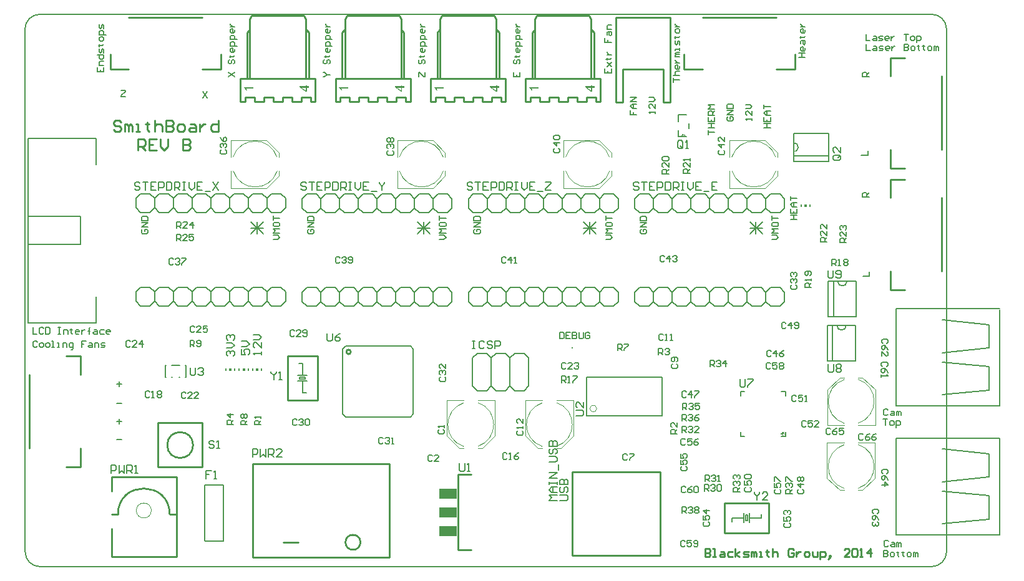
<source format=gto>
%FSLAX23Y23*%
%MOIN*%
G70*
G01*
G75*
G04 Layer_Color=65535*
%ADD10C,0.008*%
%ADD11C,0.020*%
%ADD12C,0.010*%
%ADD13C,0.030*%
%ADD14R,0.048X0.048*%
%ADD15R,0.048X0.048*%
%ADD16R,0.071X0.048*%
%ADD17R,0.048X0.071*%
%ADD18R,0.087X0.024*%
%ADD19R,0.038X0.012*%
%ADD20R,0.012X0.038*%
%ADD21R,0.173X0.173*%
%ADD22R,0.060X0.020*%
%ADD23R,0.020X0.060*%
%ADD24R,0.022X0.048*%
%ADD25R,0.016X0.060*%
%ADD26R,0.150X0.082*%
%ADD27R,0.350X0.450*%
%ADD28R,0.083X0.052*%
%ADD29R,0.040X0.044*%
%ADD30R,0.044X0.040*%
%ADD31R,0.024X0.087*%
%ADD32R,0.046X0.021*%
%ADD33R,0.178X0.052*%
%ADD34R,0.154X0.071*%
%ADD35R,0.052X0.178*%
%ADD36R,0.071X0.154*%
%ADD37R,0.056X0.119*%
%ADD38R,0.043X0.042*%
%ADD39R,0.042X0.043*%
%ADD40R,0.060X0.079*%
%ADD41R,0.119X0.056*%
%ADD42R,0.079X0.048*%
%ADD43C,0.040*%
%ADD44C,0.012*%
%ADD45C,0.015*%
%ADD46C,0.006*%
%ADD47O,0.060X0.120*%
%ADD48C,0.054*%
%ADD49C,0.137*%
%ADD50C,0.060*%
%ADD51O,0.102X0.295*%
%ADD52O,0.181X0.059*%
%ADD53O,0.063X0.189*%
%ADD54C,0.066*%
%ADD55C,0.135*%
%ADD56P,0.065X8X22.5*%
%ADD57C,0.230*%
%ADD58C,0.056*%
%ADD59C,0.030*%
%ADD60C,0.040*%
%ADD61C,0.000*%
%ADD62C,0.004*%
%ADD63C,0.005*%
%ADD64R,0.006X0.012*%
%ADD65R,0.006X0.012*%
%ADD66R,0.012X0.012*%
%ADD67R,0.008X0.008*%
%ADD68R,0.098X0.056*%
G36*
X1505Y2568D02*
X1517D01*
Y2561D01*
X1505D01*
Y2540D01*
X1500D01*
X1467Y2563D01*
Y2568D01*
X1500D01*
Y2574D01*
X1505D01*
Y2568D01*
D02*
G37*
G36*
X1727Y2557D02*
X1688D01*
X1688Y2557D01*
X1689Y2557D01*
X1689Y2556D01*
X1689Y2556D01*
X1690Y2555D01*
X1691Y2554D01*
X1692Y2553D01*
X1692Y2551D01*
Y2551D01*
X1692Y2551D01*
X1693Y2551D01*
X1693Y2550D01*
X1694Y2549D01*
X1694Y2548D01*
X1695Y2547D01*
X1695Y2546D01*
X1696Y2545D01*
X1690D01*
Y2545D01*
X1690Y2545D01*
X1689Y2545D01*
X1689Y2546D01*
X1689Y2546D01*
X1689Y2547D01*
X1688Y2548D01*
X1687Y2549D01*
X1686Y2551D01*
X1685Y2552D01*
X1684Y2554D01*
X1684Y2554D01*
X1684Y2554D01*
X1683Y2554D01*
X1683Y2555D01*
X1682Y2556D01*
X1681Y2557D01*
X1680Y2558D01*
X1678Y2559D01*
X1677Y2559D01*
Y2563D01*
X1727D01*
Y2557D01*
D02*
G37*
G36*
X4056Y720D02*
X4056Y720D01*
X4056Y719D01*
X4056Y719D01*
X4056Y719D01*
X4055Y718D01*
X4054Y717D01*
X4053Y716D01*
X4052Y715D01*
X4052Y714D01*
X4051Y714D01*
X4051Y713D01*
X4051D01*
X4051Y713D01*
X4051D01*
X4052Y713D01*
X4052Y713D01*
X4053Y713D01*
X4055Y712D01*
X4056Y712D01*
X4059Y711D01*
X4058Y707D01*
X4057D01*
X4057Y707D01*
X4057Y707D01*
X4057Y707D01*
X4056Y707D01*
X4056Y707D01*
X4055Y708D01*
X4053Y708D01*
X4052Y709D01*
X4051Y709D01*
X4050Y710D01*
Y710D01*
Y710D01*
X4050Y709D01*
Y709D01*
X4050Y708D01*
Y708D01*
X4050Y707D01*
X4050Y705D01*
X4050Y704D01*
X4050Y703D01*
Y702D01*
Y701D01*
X4045D01*
Y702D01*
Y702D01*
X4046Y703D01*
X4046Y704D01*
X4046Y705D01*
X4046Y706D01*
X4046Y708D01*
X4046Y710D01*
X4046D01*
X4046Y710D01*
X4046Y710D01*
X4045Y709D01*
X4044Y709D01*
X4043Y708D01*
X4041Y708D01*
X4040Y707D01*
X4038Y707D01*
X4037Y711D01*
X4037D01*
X4037Y711D01*
X4037Y712D01*
X4037Y712D01*
X4038Y712D01*
X4039Y712D01*
X4041Y713D01*
X4042Y713D01*
X4044Y713D01*
X4045Y713D01*
X4045Y713D01*
X4045Y714D01*
X4044Y714D01*
X4044Y715D01*
X4043Y716D01*
X4042Y717D01*
X4041Y718D01*
X4039Y720D01*
X4043Y723D01*
X4043Y722D01*
X4044Y722D01*
X4044Y722D01*
X4045Y721D01*
X4045Y720D01*
X4046Y718D01*
X4047Y717D01*
X4048Y715D01*
Y715D01*
X4048Y716D01*
X4048Y716D01*
X4048Y716D01*
X4049Y717D01*
X4050Y718D01*
X4050Y719D01*
X4051Y720D01*
X4052Y722D01*
X4052Y723D01*
X4056Y720D01*
D02*
G37*
G36*
X1219Y2557D02*
X1180D01*
X1180Y2557D01*
X1181Y2557D01*
X1181Y2556D01*
X1181Y2556D01*
X1182Y2555D01*
X1183Y2554D01*
X1184Y2553D01*
X1184Y2551D01*
Y2551D01*
X1184Y2551D01*
X1185Y2551D01*
X1185Y2550D01*
X1186Y2549D01*
X1186Y2548D01*
X1187Y2547D01*
X1187Y2546D01*
X1188Y2545D01*
X1182D01*
Y2545D01*
X1182Y2545D01*
X1181Y2545D01*
X1181Y2546D01*
X1181Y2546D01*
X1181Y2547D01*
X1180Y2548D01*
X1179Y2549D01*
X1178Y2551D01*
X1177Y2552D01*
X1176Y2554D01*
X1176Y2554D01*
X1176Y2554D01*
X1175Y2554D01*
X1175Y2555D01*
X1174Y2556D01*
X1173Y2557D01*
X1172Y2558D01*
X1170Y2559D01*
X1169Y2559D01*
Y2563D01*
X1219D01*
Y2557D01*
D02*
G37*
G36*
X2013Y2568D02*
X2025D01*
Y2561D01*
X2013D01*
Y2540D01*
X2008D01*
X1975Y2563D01*
Y2568D01*
X2008D01*
Y2574D01*
X2013D01*
Y2568D01*
D02*
G37*
G36*
X2521D02*
X2533D01*
Y2561D01*
X2521D01*
Y2540D01*
X2516D01*
X2483Y2563D01*
Y2568D01*
X2516D01*
Y2574D01*
X2521D01*
Y2568D01*
D02*
G37*
G36*
X2743Y2557D02*
X2704D01*
X2704Y2557D01*
X2705Y2557D01*
X2705Y2556D01*
X2705Y2556D01*
X2706Y2555D01*
X2707Y2554D01*
X2708Y2553D01*
X2708Y2551D01*
Y2551D01*
X2708Y2551D01*
X2709Y2551D01*
X2709Y2550D01*
X2710Y2549D01*
X2710Y2548D01*
X2711Y2547D01*
X2711Y2546D01*
X2712Y2545D01*
X2706D01*
Y2545D01*
X2706Y2545D01*
X2705Y2545D01*
X2705Y2546D01*
X2705Y2546D01*
X2705Y2547D01*
X2704Y2548D01*
X2703Y2549D01*
X2702Y2551D01*
X2701Y2552D01*
X2700Y2554D01*
X2700Y2554D01*
X2700Y2554D01*
X2699Y2554D01*
X2699Y2555D01*
X2698Y2556D01*
X2697Y2557D01*
X2696Y2558D01*
X2694Y2559D01*
X2693Y2559D01*
Y2563D01*
X2743D01*
Y2557D01*
D02*
G37*
G36*
X2235D02*
X2196D01*
X2196Y2557D01*
X2197Y2557D01*
X2197Y2556D01*
X2197Y2556D01*
X2198Y2555D01*
X2199Y2554D01*
X2200Y2553D01*
X2200Y2551D01*
Y2551D01*
X2200Y2551D01*
X2201Y2551D01*
X2201Y2550D01*
X2202Y2549D01*
X2202Y2548D01*
X2203Y2547D01*
X2203Y2546D01*
X2204Y2545D01*
X2198D01*
Y2545D01*
X2198Y2545D01*
X2197Y2545D01*
X2197Y2546D01*
X2197Y2546D01*
X2197Y2547D01*
X2196Y2548D01*
X2195Y2549D01*
X2194Y2551D01*
X2193Y2552D01*
X2192Y2554D01*
X2192Y2554D01*
X2192Y2554D01*
X2191Y2554D01*
X2191Y2555D01*
X2190Y2556D01*
X2189Y2557D01*
X2188Y2558D01*
X2186Y2559D01*
X2185Y2559D01*
Y2563D01*
X2235D01*
Y2557D01*
D02*
G37*
G36*
X3029Y2568D02*
X3041D01*
Y2561D01*
X3029D01*
Y2540D01*
X3024D01*
X2991Y2563D01*
Y2568D01*
X3024D01*
Y2574D01*
X3029D01*
Y2568D01*
D02*
G37*
%LPC*%
G36*
X3024Y2561D02*
X3001D01*
X3024Y2546D01*
Y2561D01*
D02*
G37*
G36*
X2516D02*
X2493D01*
X2516Y2546D01*
Y2561D01*
D02*
G37*
G36*
X2008D02*
X1985D01*
X2008Y2546D01*
Y2561D01*
D02*
G37*
G36*
X1500D02*
X1477D01*
X1500Y2546D01*
Y2561D01*
D02*
G37*
%LPD*%
D10*
X4340Y1526D02*
G03*
X4390Y1526I25J0D01*
G01*
X4336Y1290D02*
G03*
X4386Y1290I25J0D01*
G01*
X4104Y2217D02*
G03*
X4104Y2267I0J25D01*
G01*
X4290Y1525D02*
X4318D01*
X4440D01*
X4318Y1336D02*
X4440D01*
X4290D02*
X4318D01*
X4440D02*
Y1525D01*
X4290Y1336D02*
Y1525D01*
X4318Y1336D02*
Y1525D01*
X4286Y1289D02*
X4314D01*
X4436D01*
X4314Y1100D02*
X4436D01*
X4286D02*
X4314D01*
X4436D02*
Y1289D01*
X4286Y1100D02*
Y1289D01*
X4314Y1100D02*
Y1289D01*
X1696Y1164D02*
X1712Y1179D01*
X2059D01*
X2074Y1164D01*
Y817D02*
Y1164D01*
X2059Y801D02*
X2074Y817D01*
X1712Y801D02*
X2059D01*
X1696Y817D02*
X1712Y801D01*
X1696Y817D02*
Y1164D01*
X2999Y807D02*
X3401D01*
Y1012D01*
X2999D02*
X3401D01*
X2999Y807D02*
Y1012D01*
X4105Y2167D02*
Y2195D01*
Y2317D01*
X4294Y2195D02*
Y2317D01*
Y2167D02*
Y2195D01*
X4105Y2317D02*
X4294D01*
X4105Y2167D02*
X4294D01*
X4105Y2195D02*
X4294D01*
X379Y2151D02*
Y2291D01*
Y1303D02*
Y1443D01*
X16Y1303D02*
X379D01*
X16D02*
Y1723D01*
Y1872D01*
Y1723D02*
X295D01*
Y1872D01*
X16D02*
X295D01*
X16D02*
Y1973D01*
Y2031D01*
Y2291D01*
X379D01*
D12*
X1740Y1148D02*
G03*
X1740Y1148I-12J0D01*
G01*
X897Y650D02*
G03*
X897Y650I-69J0D01*
G01*
X1791Y130D02*
G03*
X1791Y130I-40J0D01*
G01*
X772Y280D02*
G03*
X496Y280I-138J0D01*
G01*
X2201Y2856D02*
X2214Y2870D01*
X2201Y2611D02*
Y2856D01*
X2518Y2870D02*
X2531Y2856D01*
Y2611D02*
Y2856D01*
X2364Y2946D02*
X2506D01*
X2516Y2926D01*
Y2611D02*
Y2926D01*
X2226Y2946D02*
X2368D01*
X2216Y2926D02*
X2226Y2946D01*
X2216Y2611D02*
Y2926D01*
X2166Y2611D02*
X2216D01*
X2531D01*
X2566D01*
Y2486D02*
Y2611D01*
X2541Y2486D02*
X2566D01*
X2541D02*
Y2511D01*
X2491D02*
X2541D01*
X2491Y2486D02*
Y2511D01*
X2441Y2486D02*
X2491D01*
X2441D02*
Y2511D01*
X2391D02*
X2441D01*
X2391Y2486D02*
Y2511D01*
X2341Y2486D02*
X2391D01*
X2341D02*
Y2511D01*
X2291D02*
X2341D01*
X2291Y2486D02*
Y2511D01*
X2241Y2486D02*
X2291D01*
X2241D02*
Y2511D01*
X2191D02*
X2241D01*
X2191Y2486D02*
Y2511D01*
X2166Y2486D02*
X2191D01*
X2166D02*
Y2611D01*
X1693Y2856D02*
X1706Y2870D01*
X1693Y2611D02*
Y2856D01*
X2010Y2870D02*
X2023Y2856D01*
Y2611D02*
Y2856D01*
X1856Y2946D02*
X1998D01*
X2008Y2926D01*
Y2611D02*
Y2926D01*
X1718Y2946D02*
X1860D01*
X1708Y2926D02*
X1718Y2946D01*
X1708Y2611D02*
Y2926D01*
X1658Y2611D02*
X1708D01*
X2023D01*
X2058D01*
Y2486D02*
Y2611D01*
X2033Y2486D02*
X2058D01*
X2033D02*
Y2511D01*
X1983D02*
X2033D01*
X1983Y2486D02*
Y2511D01*
X1933Y2486D02*
X1983D01*
X1933D02*
Y2511D01*
X1883D02*
X1933D01*
X1883Y2486D02*
Y2511D01*
X1833Y2486D02*
X1883D01*
X1833D02*
Y2511D01*
X1783D02*
X1833D01*
X1783Y2486D02*
Y2511D01*
X1733Y2486D02*
X1783D01*
X1733D02*
Y2511D01*
X1683D02*
X1733D01*
X1683Y2486D02*
Y2511D01*
X1658Y2486D02*
X1683D01*
X1658D02*
Y2611D01*
X3973Y181D02*
Y339D01*
X3736D02*
X3973D01*
X3736Y181D02*
Y339D01*
Y181D02*
X3973D01*
X1403Y1126D02*
X1561D01*
X1403Y889D02*
Y1126D01*
Y889D02*
X1561D01*
Y1126D01*
X1185Y2856D02*
X1198Y2870D01*
X1185Y2611D02*
Y2856D01*
X1502Y2870D02*
X1515Y2856D01*
Y2611D02*
Y2856D01*
X1348Y2946D02*
X1490D01*
X1500Y2926D01*
Y2611D02*
Y2926D01*
X1210Y2946D02*
X1352D01*
X1200Y2926D02*
X1210Y2946D01*
X1200Y2611D02*
Y2926D01*
X1150Y2611D02*
X1200D01*
X1515D01*
X1550D01*
Y2486D02*
Y2611D01*
X1525Y2486D02*
X1550D01*
X1525D02*
Y2511D01*
X1475D02*
X1525D01*
X1475Y2486D02*
Y2511D01*
X1425Y2486D02*
X1475D01*
X1425D02*
Y2511D01*
X1375D02*
X1425D01*
X1375Y2486D02*
Y2511D01*
X1325Y2486D02*
X1375D01*
X1325D02*
Y2511D01*
X1275D02*
X1325D01*
X1275Y2486D02*
Y2511D01*
X1225Y2486D02*
X1275D01*
X1225D02*
Y2511D01*
X1175D02*
X1225D01*
X1175Y2486D02*
Y2511D01*
X1150Y2486D02*
X1175D01*
X1150D02*
Y2611D01*
X2314Y89D02*
Y493D01*
X2384D01*
X2314Y89D02*
X2384D01*
X946Y532D02*
Y769D01*
X709D02*
X946D01*
X709Y532D02*
Y769D01*
Y532D02*
X946D01*
X1215Y50D02*
X1945D01*
X1215Y550D02*
X1945D01*
Y50D02*
Y550D01*
X1215Y50D02*
Y550D01*
X1379Y130D02*
X1459D01*
X461Y280D02*
X496D01*
X772D02*
X808D01*
X461Y52D02*
Y202D01*
Y402D02*
Y478D01*
X808D01*
X461Y52D02*
X808D01*
Y280D01*
Y478D01*
X2924Y60D02*
X3394D01*
Y505D01*
X2924D02*
X3394D01*
X2924Y60D02*
Y505D01*
X4621Y2720D02*
X4700D01*
X4621Y2622D02*
Y2720D01*
Y2129D02*
X4700D01*
X4621D02*
Y2228D01*
X4897Y2228D02*
Y2622D01*
X4621Y2070D02*
X4700D01*
X4621Y1972D02*
Y2070D01*
Y1479D02*
X4700D01*
X4621D02*
Y1578D01*
X4897Y1578D02*
Y1972D01*
X3520Y2660D02*
Y2739D01*
Y2660D02*
X3618D01*
X4111D02*
Y2739D01*
X4012Y2660D02*
X4111D01*
X3618Y2936D02*
X4012D01*
X3447Y2483D02*
Y2936D01*
X3155Y2483D02*
Y2936D01*
X3447D01*
X3194Y2661D02*
X3408D01*
X3194Y2483D02*
Y2661D01*
X3408Y2483D02*
Y2661D01*
X3155Y2483D02*
X3194D01*
X3408D02*
X3447D01*
X455Y2660D02*
Y2739D01*
Y2660D02*
X553D01*
X1046D02*
Y2739D01*
X947Y2660D02*
X1046D01*
X553Y2936D02*
X947D01*
X2709Y2856D02*
X2722Y2870D01*
X2709Y2611D02*
Y2856D01*
X3026Y2870D02*
X3039Y2856D01*
Y2611D02*
Y2856D01*
X2872Y2946D02*
X3014D01*
X3024Y2926D01*
Y2611D02*
Y2926D01*
X2734Y2946D02*
X2876D01*
X2724Y2926D02*
X2734Y2946D01*
X2724Y2611D02*
Y2926D01*
X2674Y2611D02*
X2724D01*
X3039D01*
X3074D01*
Y2486D02*
Y2611D01*
X3049Y2486D02*
X3074D01*
X3049D02*
Y2511D01*
X2999D02*
X3049D01*
X2999Y2486D02*
Y2511D01*
X2949Y2486D02*
X2999D01*
X2949D02*
Y2511D01*
X2899D02*
X2949D01*
X2899Y2486D02*
Y2511D01*
X2849Y2486D02*
X2899D01*
X2849D02*
Y2511D01*
X2799D02*
X2849D01*
X2799Y2486D02*
Y2511D01*
X2749Y2486D02*
X2799D01*
X2749D02*
Y2511D01*
X2699D02*
X2749D01*
X2699Y2486D02*
Y2511D01*
X2674Y2486D02*
X2699D01*
X2674D02*
Y2611D01*
X218Y534D02*
X297D01*
Y632D01*
X218Y1125D02*
X297D01*
Y1026D02*
Y1125D01*
X21Y632D02*
Y1026D01*
X3631Y95D02*
Y53D01*
X3652D01*
X3659Y60D01*
Y67D01*
X3652Y74D01*
X3631D01*
X3652D01*
X3659Y81D01*
Y88D01*
X3652Y95D01*
X3631D01*
X3673Y53D02*
X3688D01*
X3681D01*
Y95D01*
X3673D01*
X3716Y81D02*
X3730D01*
X3737Y74D01*
Y53D01*
X3716D01*
X3709Y60D01*
X3716Y67D01*
X3737D01*
X3780Y81D02*
X3758D01*
X3751Y74D01*
Y60D01*
X3758Y53D01*
X3780D01*
X3794D02*
Y95D01*
Y67D02*
X3815Y81D01*
X3794Y67D02*
X3815Y53D01*
X3836D02*
X3858D01*
X3865Y60D01*
X3858Y67D01*
X3843D01*
X3836Y74D01*
X3843Y81D01*
X3865D01*
X3879Y53D02*
Y81D01*
X3886D01*
X3893Y74D01*
Y53D01*
Y74D01*
X3900Y81D01*
X3907Y74D01*
Y53D01*
X3921D02*
X3935D01*
X3928D01*
Y81D01*
X3921D01*
X3964Y88D02*
Y81D01*
X3957D01*
X3971D01*
X3964D01*
Y60D01*
X3971Y53D01*
X3992Y95D02*
Y53D01*
Y74D01*
X3999Y81D01*
X4013D01*
X4020Y74D01*
Y53D01*
X4105Y88D02*
X4098Y95D01*
X4084D01*
X4077Y88D01*
Y60D01*
X4084Y53D01*
X4098D01*
X4105Y60D01*
Y74D01*
X4091D01*
X4120Y81D02*
Y53D01*
Y67D01*
X4127Y74D01*
X4134Y81D01*
X4141D01*
X4169Y53D02*
X4183D01*
X4190Y60D01*
Y74D01*
X4183Y81D01*
X4169D01*
X4162Y74D01*
Y60D01*
X4169Y53D01*
X4205Y81D02*
Y60D01*
X4212Y53D01*
X4233D01*
Y81D01*
X4247Y39D02*
Y81D01*
X4268D01*
X4275Y74D01*
Y60D01*
X4268Y53D01*
X4247D01*
X4297Y46D02*
X4304Y53D01*
Y60D01*
X4297D01*
Y53D01*
X4304D01*
X4297Y46D01*
X4290Y39D01*
X4403Y53D02*
X4375D01*
X4403Y81D01*
Y88D01*
X4396Y95D01*
X4382D01*
X4375Y88D01*
X4417D02*
X4424Y95D01*
X4438D01*
X4445Y88D01*
Y60D01*
X4438Y53D01*
X4424D01*
X4417Y60D01*
Y88D01*
X4459Y53D02*
X4474D01*
X4467D01*
Y95D01*
X4459Y88D01*
X4516Y53D02*
Y95D01*
X4495Y74D01*
X4523D01*
X511Y2377D02*
X501Y2387D01*
X481D01*
X471Y2377D01*
Y2367D01*
X481Y2357D01*
X501D01*
X511Y2347D01*
Y2337D01*
X501Y2327D01*
X481D01*
X471Y2337D01*
X531Y2327D02*
Y2367D01*
X541D01*
X551Y2357D01*
Y2327D01*
Y2357D01*
X561Y2367D01*
X571Y2357D01*
Y2327D01*
X591D02*
X611D01*
X601D01*
Y2367D01*
X591D01*
X651Y2377D02*
Y2367D01*
X641D01*
X661D01*
X651D01*
Y2337D01*
X661Y2327D01*
X691Y2387D02*
Y2327D01*
Y2357D01*
X701Y2367D01*
X721D01*
X731Y2357D01*
Y2327D01*
X751Y2387D02*
Y2327D01*
X781D01*
X791Y2337D01*
Y2347D01*
X781Y2357D01*
X751D01*
X781D01*
X791Y2367D01*
Y2377D01*
X781Y2387D01*
X751D01*
X821Y2327D02*
X841D01*
X851Y2337D01*
Y2357D01*
X841Y2367D01*
X821D01*
X811Y2357D01*
Y2337D01*
X821Y2327D01*
X881Y2367D02*
X901D01*
X911Y2357D01*
Y2327D01*
X881D01*
X871Y2337D01*
X881Y2347D01*
X911D01*
X931Y2367D02*
Y2327D01*
Y2347D01*
X941Y2357D01*
X951Y2367D01*
X961D01*
X1031Y2387D02*
Y2327D01*
X1001D01*
X991Y2337D01*
Y2357D01*
X1001Y2367D01*
X1031D01*
X601Y2227D02*
Y2287D01*
X631D01*
X641Y2277D01*
Y2257D01*
X631Y2247D01*
X601D01*
X621D02*
X641Y2227D01*
X701Y2287D02*
X661D01*
Y2227D01*
X701D01*
X661Y2257D02*
X681D01*
X721Y2287D02*
Y2247D01*
X741Y2227D01*
X761Y2247D01*
Y2287D01*
X841D02*
Y2227D01*
X871D01*
X881Y2237D01*
Y2247D01*
X871Y2257D01*
X841D01*
X871D01*
X881Y2267D01*
Y2277D01*
X871Y2287D01*
X841D01*
D46*
X3525Y2307D02*
G03*
X3505Y2298I-8J-9D01*
G01*
X3821Y696D02*
Y718D01*
Y936D02*
X3843D01*
X4039Y696D02*
X4061D01*
X4039Y936D02*
X4061D01*
X3821Y914D02*
Y936D01*
Y696D02*
X3843D01*
X4061D02*
Y718D01*
Y914D02*
Y936D01*
X748Y1076D02*
X752D01*
X857D02*
X860D01*
X857Y1014D02*
X860D01*
X748D02*
X752D01*
X821D02*
X825D01*
X783D02*
X787D01*
X783Y1076D02*
X825D01*
X748Y1014D02*
Y1076D01*
X860Y1014D02*
Y1076D01*
X2493Y1892D02*
X2543D01*
X2468Y1917D02*
X2493Y1892D01*
X2468Y1917D02*
Y1967D01*
X2493Y1992D01*
X2643Y1892D02*
X2668Y1917D01*
X2593Y1892D02*
X2643D01*
X2568Y1917D02*
X2593Y1892D01*
X2568Y1917D02*
Y1967D01*
X2593Y1992D01*
X2643D01*
X2668Y1967D01*
X2543Y1892D02*
X2568Y1917D01*
X2543Y1992D02*
X2568Y1967D01*
X2493Y1992D02*
X2543D01*
X2793Y1892D02*
X2843D01*
X2768Y1917D02*
X2793Y1892D01*
X2768Y1917D02*
Y1967D01*
X2793Y1992D01*
X2743Y1892D02*
X2768Y1917D01*
X2693Y1892D02*
X2743D01*
X2668Y1917D02*
X2693Y1892D01*
X2668Y1917D02*
Y1967D01*
X2693Y1992D01*
X2743D01*
X2768Y1967D01*
X2943Y1892D02*
X2968Y1917D01*
X2893Y1892D02*
X2943D01*
X2868Y1917D02*
X2893Y1892D01*
X2868Y1917D02*
Y1967D01*
X2893Y1992D01*
X2943D01*
X2968Y1967D01*
X2843Y1892D02*
X2868Y1917D01*
X2843Y1992D02*
X2868Y1967D01*
X2793Y1992D02*
X2843D01*
X3093Y1892D02*
X3143D01*
X3068Y1917D02*
X3093Y1892D01*
X3068Y1917D02*
Y1967D01*
X3093Y1992D01*
X3043Y1892D02*
X3068Y1917D01*
X2993Y1892D02*
X3043D01*
X2968Y1917D02*
X2993Y1892D01*
X2968Y1917D02*
Y1967D01*
X2993Y1992D01*
X3043D01*
X3068Y1967D01*
X3168Y1917D02*
Y1967D01*
X3143Y1892D02*
X3168Y1917D01*
X3143Y1992D02*
X3168Y1967D01*
X3093Y1992D02*
X3143D01*
X2393Y1892D02*
X2443D01*
X2368Y1917D02*
X2393Y1892D01*
X2368Y1917D02*
Y1967D01*
X2393Y1992D01*
X2443Y1892D02*
X2468Y1917D01*
X2443Y1992D02*
X2468Y1967D01*
X2393Y1992D02*
X2443D01*
X2993Y1492D02*
X3043D01*
X3068Y1467D01*
Y1417D02*
Y1467D01*
X3043Y1392D02*
X3068Y1417D01*
X2868Y1467D02*
X2893Y1492D01*
X2943D01*
X2968Y1467D01*
Y1417D02*
Y1467D01*
X2943Y1392D02*
X2968Y1417D01*
X2893Y1392D02*
X2943D01*
X2868Y1417D02*
X2893Y1392D01*
X2968Y1467D02*
X2993Y1492D01*
X2968Y1417D02*
X2993Y1392D01*
X3043D01*
X2693Y1492D02*
X2743D01*
X2768Y1467D01*
Y1417D02*
Y1467D01*
X2743Y1392D02*
X2768Y1417D01*
Y1467D02*
X2793Y1492D01*
X2843D01*
X2868Y1467D01*
Y1417D02*
Y1467D01*
X2843Y1392D02*
X2868Y1417D01*
X2793Y1392D02*
X2843D01*
X2768Y1417D02*
X2793Y1392D01*
X2568Y1467D02*
X2593Y1492D01*
X2643D01*
X2668Y1467D01*
Y1417D02*
Y1467D01*
X2643Y1392D02*
X2668Y1417D01*
X2593Y1392D02*
X2643D01*
X2568Y1417D02*
X2593Y1392D01*
X2668Y1467D02*
X2693Y1492D01*
X2668Y1417D02*
X2693Y1392D01*
X2743D01*
X2393Y1492D02*
X2443D01*
X2468Y1467D01*
Y1417D02*
Y1467D01*
X2443Y1392D02*
X2468Y1417D01*
Y1467D02*
X2493Y1492D01*
X2543D01*
X2568Y1467D01*
Y1417D02*
Y1467D01*
X2543Y1392D02*
X2568Y1417D01*
X2493Y1392D02*
X2543D01*
X2468Y1417D02*
X2493Y1392D01*
X2368Y1417D02*
Y1467D01*
X2393Y1492D01*
X2368Y1417D02*
X2393Y1392D01*
X2443D01*
X3093Y1492D02*
X3143D01*
X3168Y1467D01*
Y1417D02*
Y1467D01*
X3143Y1392D02*
X3168Y1417D01*
X3068Y1467D02*
X3093Y1492D01*
X3068Y1417D02*
X3093Y1392D01*
X3143D01*
X1605Y1892D02*
X1655D01*
X1580Y1917D02*
X1605Y1892D01*
X1580Y1917D02*
Y1967D01*
X1605Y1992D01*
X1755Y1892D02*
X1780Y1917D01*
X1705Y1892D02*
X1755D01*
X1680Y1917D02*
X1705Y1892D01*
X1680Y1917D02*
Y1967D01*
X1705Y1992D01*
X1755D01*
X1780Y1967D01*
X1655Y1892D02*
X1680Y1917D01*
X1655Y1992D02*
X1680Y1967D01*
X1605Y1992D02*
X1655D01*
X1905Y1892D02*
X1955D01*
X1880Y1917D02*
X1905Y1892D01*
X1880Y1917D02*
Y1967D01*
X1905Y1992D01*
X1855Y1892D02*
X1880Y1917D01*
X1805Y1892D02*
X1855D01*
X1780Y1917D02*
X1805Y1892D01*
X1780Y1917D02*
Y1967D01*
X1805Y1992D01*
X1855D01*
X1880Y1967D01*
X2055Y1892D02*
X2080Y1917D01*
X2005Y1892D02*
X2055D01*
X1980Y1917D02*
X2005Y1892D01*
X1980Y1917D02*
Y1967D01*
X2005Y1992D01*
X2055D01*
X2080Y1967D01*
X1955Y1892D02*
X1980Y1917D01*
X1955Y1992D02*
X1980Y1967D01*
X1905Y1992D02*
X1955D01*
X2205Y1892D02*
X2255D01*
X2180Y1917D02*
X2205Y1892D01*
X2180Y1917D02*
Y1967D01*
X2205Y1992D01*
X2155Y1892D02*
X2180Y1917D01*
X2105Y1892D02*
X2155D01*
X2080Y1917D02*
X2105Y1892D01*
X2080Y1917D02*
Y1967D01*
X2105Y1992D01*
X2155D01*
X2180Y1967D01*
X2280Y1917D02*
Y1967D01*
X2255Y1892D02*
X2280Y1917D01*
X2255Y1992D02*
X2280Y1967D01*
X2205Y1992D02*
X2255D01*
X1505Y1892D02*
X1555D01*
X1480Y1917D02*
X1505Y1892D01*
X1480Y1917D02*
Y1967D01*
X1505Y1992D01*
X1555Y1892D02*
X1580Y1917D01*
X1555Y1992D02*
X1580Y1967D01*
X1505Y1992D02*
X1555D01*
X2105Y1492D02*
X2155D01*
X2180Y1467D01*
Y1417D02*
Y1467D01*
X2155Y1392D02*
X2180Y1417D01*
X1980Y1467D02*
X2005Y1492D01*
X2055D01*
X2080Y1467D01*
Y1417D02*
Y1467D01*
X2055Y1392D02*
X2080Y1417D01*
X2005Y1392D02*
X2055D01*
X1980Y1417D02*
X2005Y1392D01*
X2080Y1467D02*
X2105Y1492D01*
X2080Y1417D02*
X2105Y1392D01*
X2155D01*
X1805Y1492D02*
X1855D01*
X1880Y1467D01*
Y1417D02*
Y1467D01*
X1855Y1392D02*
X1880Y1417D01*
Y1467D02*
X1905Y1492D01*
X1955D01*
X1980Y1467D01*
Y1417D02*
Y1467D01*
X1955Y1392D02*
X1980Y1417D01*
X1905Y1392D02*
X1955D01*
X1880Y1417D02*
X1905Y1392D01*
X1680Y1467D02*
X1705Y1492D01*
X1755D01*
X1780Y1467D01*
Y1417D02*
Y1467D01*
X1755Y1392D02*
X1780Y1417D01*
X1705Y1392D02*
X1755D01*
X1680Y1417D02*
X1705Y1392D01*
X1780Y1467D02*
X1805Y1492D01*
X1780Y1417D02*
X1805Y1392D01*
X1855D01*
X1505Y1492D02*
X1555D01*
X1580Y1467D01*
Y1417D02*
Y1467D01*
X1555Y1392D02*
X1580Y1417D01*
Y1467D02*
X1605Y1492D01*
X1655D01*
X1680Y1467D01*
Y1417D02*
Y1467D01*
X1655Y1392D02*
X1680Y1417D01*
X1605Y1392D02*
X1655D01*
X1580Y1417D02*
X1605Y1392D01*
X1480Y1417D02*
Y1467D01*
X1505Y1492D01*
X1480Y1417D02*
X1505Y1392D01*
X1555D01*
X2205Y1492D02*
X2255D01*
X2280Y1467D01*
Y1417D02*
Y1467D01*
X2255Y1392D02*
X2280Y1417D01*
X2180Y1467D02*
X2205Y1492D01*
X2180Y1417D02*
X2205Y1392D01*
X2255D01*
X716Y1894D02*
X766D01*
X691Y1919D02*
X716Y1894D01*
X691Y1919D02*
Y1969D01*
X716Y1994D01*
X866Y1894D02*
X891Y1919D01*
X816Y1894D02*
X866D01*
X791Y1919D02*
X816Y1894D01*
X791Y1919D02*
Y1969D01*
X816Y1994D01*
X866D01*
X891Y1969D01*
X766Y1894D02*
X791Y1919D01*
X766Y1994D02*
X791Y1969D01*
X716Y1994D02*
X766D01*
X1016Y1894D02*
X1066D01*
X991Y1919D02*
X1016Y1894D01*
X991Y1919D02*
Y1969D01*
X1016Y1994D01*
X966Y1894D02*
X991Y1919D01*
X916Y1894D02*
X966D01*
X891Y1919D02*
X916Y1894D01*
X891Y1919D02*
Y1969D01*
X916Y1994D01*
X966D01*
X991Y1969D01*
X1166Y1894D02*
X1191Y1919D01*
X1116Y1894D02*
X1166D01*
X1091Y1919D02*
X1116Y1894D01*
X1091Y1919D02*
Y1969D01*
X1116Y1994D01*
X1166D01*
X1191Y1969D01*
X1066Y1894D02*
X1091Y1919D01*
X1066Y1994D02*
X1091Y1969D01*
X1016Y1994D02*
X1066D01*
X1316Y1894D02*
X1366D01*
X1291Y1919D02*
X1316Y1894D01*
X1291Y1919D02*
Y1969D01*
X1316Y1994D01*
X1266Y1894D02*
X1291Y1919D01*
X1216Y1894D02*
X1266D01*
X1191Y1919D02*
X1216Y1894D01*
X1191Y1919D02*
Y1969D01*
X1216Y1994D01*
X1266D01*
X1291Y1969D01*
X1391Y1919D02*
Y1969D01*
X1366Y1894D02*
X1391Y1919D01*
X1366Y1994D02*
X1391Y1969D01*
X1316Y1994D02*
X1366D01*
X616Y1894D02*
X666D01*
X591Y1919D02*
X616Y1894D01*
X591Y1919D02*
Y1969D01*
X616Y1994D01*
X666Y1894D02*
X691Y1919D01*
X666Y1994D02*
X691Y1969D01*
X616Y1994D02*
X666D01*
X1216Y1494D02*
X1266D01*
X1291Y1469D01*
Y1419D02*
Y1469D01*
X1266Y1394D02*
X1291Y1419D01*
X1091Y1469D02*
X1116Y1494D01*
X1166D01*
X1191Y1469D01*
Y1419D02*
Y1469D01*
X1166Y1394D02*
X1191Y1419D01*
X1116Y1394D02*
X1166D01*
X1091Y1419D02*
X1116Y1394D01*
X1191Y1469D02*
X1216Y1494D01*
X1191Y1419D02*
X1216Y1394D01*
X1266D01*
X916Y1494D02*
X966D01*
X991Y1469D01*
Y1419D02*
Y1469D01*
X966Y1394D02*
X991Y1419D01*
Y1469D02*
X1016Y1494D01*
X1066D01*
X1091Y1469D01*
Y1419D02*
Y1469D01*
X1066Y1394D02*
X1091Y1419D01*
X1016Y1394D02*
X1066D01*
X991Y1419D02*
X1016Y1394D01*
X791Y1469D02*
X816Y1494D01*
X866D01*
X891Y1469D01*
Y1419D02*
Y1469D01*
X866Y1394D02*
X891Y1419D01*
X816Y1394D02*
X866D01*
X791Y1419D02*
X816Y1394D01*
X891Y1469D02*
X916Y1494D01*
X891Y1419D02*
X916Y1394D01*
X966D01*
X616Y1494D02*
X666D01*
X691Y1469D01*
Y1419D02*
Y1469D01*
X666Y1394D02*
X691Y1419D01*
Y1469D02*
X716Y1494D01*
X766D01*
X791Y1469D01*
Y1419D02*
Y1469D01*
X766Y1394D02*
X791Y1419D01*
X716Y1394D02*
X766D01*
X691Y1419D02*
X716Y1394D01*
X591Y1419D02*
Y1469D01*
X616Y1494D01*
X591Y1419D02*
X616Y1394D01*
X666D01*
X1316Y1494D02*
X1366D01*
X1391Y1469D01*
Y1419D02*
Y1469D01*
X1366Y1394D02*
X1391Y1419D01*
X1291Y1469D02*
X1316Y1494D01*
X1291Y1419D02*
X1316Y1394D01*
X1366D01*
X3381Y1892D02*
X3431D01*
X3356Y1917D02*
X3381Y1892D01*
X3356Y1917D02*
Y1967D01*
X3381Y1992D01*
X3531Y1892D02*
X3556Y1917D01*
X3481Y1892D02*
X3531D01*
X3456Y1917D02*
X3481Y1892D01*
X3456Y1917D02*
Y1967D01*
X3481Y1992D01*
X3531D01*
X3556Y1967D01*
X3431Y1892D02*
X3456Y1917D01*
X3431Y1992D02*
X3456Y1967D01*
X3381Y1992D02*
X3431D01*
X3681Y1892D02*
X3731D01*
X3656Y1917D02*
X3681Y1892D01*
X3656Y1917D02*
Y1967D01*
X3681Y1992D01*
X3631Y1892D02*
X3656Y1917D01*
X3581Y1892D02*
X3631D01*
X3556Y1917D02*
X3581Y1892D01*
X3556Y1917D02*
Y1967D01*
X3581Y1992D01*
X3631D01*
X3656Y1967D01*
X3831Y1892D02*
X3856Y1917D01*
X3781Y1892D02*
X3831D01*
X3756Y1917D02*
X3781Y1892D01*
X3756Y1917D02*
Y1967D01*
X3781Y1992D01*
X3831D01*
X3856Y1967D01*
X3731Y1892D02*
X3756Y1917D01*
X3731Y1992D02*
X3756Y1967D01*
X3681Y1992D02*
X3731D01*
X3981Y1892D02*
X4031D01*
X3956Y1917D02*
X3981Y1892D01*
X3956Y1917D02*
Y1967D01*
X3981Y1992D01*
X3931Y1892D02*
X3956Y1917D01*
X3881Y1892D02*
X3931D01*
X3856Y1917D02*
X3881Y1892D01*
X3856Y1917D02*
Y1967D01*
X3881Y1992D01*
X3931D01*
X3956Y1967D01*
X4056Y1917D02*
Y1967D01*
X4031Y1892D02*
X4056Y1917D01*
X4031Y1992D02*
X4056Y1967D01*
X3981Y1992D02*
X4031D01*
X3281Y1892D02*
X3331D01*
X3256Y1917D02*
X3281Y1892D01*
X3256Y1917D02*
Y1967D01*
X3281Y1992D01*
X3331Y1892D02*
X3356Y1917D01*
X3331Y1992D02*
X3356Y1967D01*
X3281Y1992D02*
X3331D01*
X3881Y1492D02*
X3931D01*
X3956Y1467D01*
Y1417D02*
Y1467D01*
X3931Y1392D02*
X3956Y1417D01*
X3756Y1467D02*
X3781Y1492D01*
X3831D01*
X3856Y1467D01*
Y1417D02*
Y1467D01*
X3831Y1392D02*
X3856Y1417D01*
X3781Y1392D02*
X3831D01*
X3756Y1417D02*
X3781Y1392D01*
X3856Y1467D02*
X3881Y1492D01*
X3856Y1417D02*
X3881Y1392D01*
X3931D01*
X3581Y1492D02*
X3631D01*
X3656Y1467D01*
Y1417D02*
Y1467D01*
X3631Y1392D02*
X3656Y1417D01*
Y1467D02*
X3681Y1492D01*
X3731D01*
X3756Y1467D01*
Y1417D02*
Y1467D01*
X3731Y1392D02*
X3756Y1417D01*
X3681Y1392D02*
X3731D01*
X3656Y1417D02*
X3681Y1392D01*
X3456Y1467D02*
X3481Y1492D01*
X3531D01*
X3556Y1467D01*
Y1417D02*
Y1467D01*
X3531Y1392D02*
X3556Y1417D01*
X3481Y1392D02*
X3531D01*
X3456Y1417D02*
X3481Y1392D01*
X3556Y1467D02*
X3581Y1492D01*
X3556Y1417D02*
X3581Y1392D01*
X3631D01*
X3281Y1492D02*
X3331D01*
X3356Y1467D01*
Y1417D02*
Y1467D01*
X3331Y1392D02*
X3356Y1417D01*
Y1467D02*
X3381Y1492D01*
X3431D01*
X3456Y1467D01*
Y1417D02*
Y1467D01*
X3431Y1392D02*
X3456Y1417D01*
X3381Y1392D02*
X3431D01*
X3356Y1417D02*
X3381Y1392D01*
X3256Y1417D02*
Y1467D01*
X3281Y1492D01*
X3256Y1417D02*
X3281Y1392D01*
X3331D01*
X3981Y1492D02*
X4031D01*
X4056Y1467D01*
Y1417D02*
Y1467D01*
X4031Y1392D02*
X4056Y1417D01*
X3956Y1467D02*
X3981Y1492D01*
X3956Y1417D02*
X3981Y1392D01*
X4031D01*
X3489Y2298D02*
Y2333D01*
Y2416D02*
X3531D01*
X3489Y2381D02*
Y2416D01*
Y2298D02*
X3505D01*
X3531D01*
X3545Y2343D02*
Y2371D01*
X2615Y940D02*
X2665D01*
X2690Y965D02*
Y1115D01*
X2665Y1140D02*
X2690Y1115D01*
X2615Y1140D02*
X2665D01*
X2590Y1115D02*
X2615Y1140D01*
X2665Y940D02*
X2690Y965D01*
X2590D02*
X2615Y940D01*
X2415D02*
X2465D01*
X2515D02*
X2565D01*
X2590Y965D02*
Y1115D01*
X2490Y965D02*
Y1115D01*
X2565Y1140D02*
X2590Y1115D01*
X2515Y1140D02*
X2565D01*
X2490Y1115D02*
X2515Y1140D01*
X2465D02*
X2490Y1115D01*
X2415Y1140D02*
X2465D01*
X2390Y1115D02*
X2415Y1140D01*
X2390Y965D02*
Y1115D01*
X2565Y940D02*
X2590Y965D01*
X2490D02*
X2515Y940D01*
X2465D02*
X2490Y965D01*
X2390D02*
X2415Y940D01*
X960Y437D02*
X960Y437D01*
X960Y362D02*
Y437D01*
X960Y437D02*
X1060D01*
Y362D02*
Y437D01*
X960Y139D02*
Y212D01*
Y362D01*
X1060Y262D02*
Y362D01*
X962Y137D02*
X1058D01*
X960Y139D02*
X962Y137D01*
X1058D02*
X1060Y139D01*
Y262D01*
X79Y2953D02*
G03*
X0Y2875I-1J-79D01*
G01*
X4922D02*
G03*
X4843Y2953I-79J-1D01*
G01*
Y0D02*
G03*
X4922Y79I0J79D01*
G01*
X0D02*
G03*
X79Y0I79J0D01*
G01*
Y2953D02*
X4843D01*
X4922Y79D02*
Y2875D01*
X79Y0D02*
X4843D01*
X0Y79D02*
Y2875D01*
D61*
X3053Y845D02*
G03*
X3053Y845I-18J0D01*
G01*
X674Y300D02*
G03*
X674Y300I-40J0D01*
G01*
D62*
X4375Y652D02*
G03*
X4375Y419I38J-117D01*
G01*
X4450D02*
G03*
X4450Y652I-38J117D01*
G01*
X4450Y767D02*
G03*
X4450Y1000I-38J117D01*
G01*
X4375D02*
G03*
X4375Y767I38J-117D01*
G01*
X3776Y2115D02*
G03*
X4009Y2115I117J38D01*
G01*
Y2190D02*
G03*
X3776Y2190I-117J-38D01*
G01*
X2888Y2115D02*
G03*
X3121Y2115I117J38D01*
G01*
Y2190D02*
G03*
X2888Y2190I-117J-38D01*
G01*
X2000Y2115D02*
G03*
X2233Y2115I117J38D01*
G01*
Y2190D02*
G03*
X2000Y2190I-117J-38D01*
G01*
X1112Y2115D02*
G03*
X1345Y2115I117J38D01*
G01*
Y2190D02*
G03*
X1112Y2190I-117J-38D01*
G01*
X2763Y876D02*
G03*
X2763Y643I38J-117D01*
G01*
X2838D02*
G03*
X2838Y876I-38J117D01*
G01*
X2343D02*
G03*
X2343Y643I38J-117D01*
G01*
X2418D02*
G03*
X2418Y876I-38J117D01*
G01*
X4284Y664D02*
X4375D01*
X4284Y474D02*
Y664D01*
Y474D02*
X4351Y408D01*
X4375D01*
X4450D02*
X4474D01*
X4540Y474D01*
Y664D01*
X4450D02*
X4540D01*
X4450Y755D02*
X4541D01*
Y945D01*
X4474Y1011D02*
X4541Y945D01*
X4450Y1011D02*
X4474D01*
X4351D02*
X4375D01*
X4285Y945D02*
X4351Y1011D01*
X4285Y755D02*
Y945D01*
Y755D02*
X4375D01*
X3764Y2024D02*
Y2115D01*
Y2024D02*
X3954D01*
X4020Y2091D01*
Y2115D01*
Y2190D02*
Y2214D01*
X3954Y2280D02*
X4020Y2214D01*
X3764Y2280D02*
X3954D01*
X3764Y2190D02*
Y2280D01*
X2876Y2024D02*
Y2115D01*
Y2024D02*
X3066D01*
X3132Y2091D01*
Y2115D01*
Y2190D02*
Y2214D01*
X3066Y2280D02*
X3132Y2214D01*
X2876Y2280D02*
X3066D01*
X2876Y2190D02*
Y2280D01*
X1988Y2024D02*
Y2115D01*
Y2024D02*
X2178D01*
X2244Y2091D01*
Y2115D01*
Y2190D02*
Y2214D01*
X2178Y2280D02*
X2244Y2214D01*
X1988Y2280D02*
X2178D01*
X1988Y2190D02*
Y2280D01*
X1100Y2024D02*
Y2115D01*
Y2024D02*
X1290D01*
X1356Y2091D01*
Y2115D01*
Y2190D02*
Y2214D01*
X1290Y2280D02*
X1356Y2214D01*
X1100Y2280D02*
X1290D01*
X1100Y2190D02*
Y2280D01*
X2672Y888D02*
X2763D01*
X2672Y698D02*
Y888D01*
Y698D02*
X2739Y632D01*
X2763D01*
X2838D02*
X2862D01*
X2928Y698D01*
Y888D01*
X2838D02*
X2928D01*
X2252D02*
X2343D01*
X2252Y698D02*
Y888D01*
Y698D02*
X2319Y632D01*
X2343D01*
X2418D02*
X2442D01*
X2508Y698D01*
Y888D01*
X2418D02*
X2508D01*
D63*
X3934Y260D02*
Y280D01*
X3870Y260D02*
X3934D01*
X3776Y240D02*
Y260D01*
X3840D01*
Y285D01*
Y235D02*
Y260D01*
X3850Y245D02*
X3860D01*
X3850D02*
Y275D01*
X3860D01*
Y245D02*
Y275D01*
X3870Y260D02*
Y285D01*
Y235D02*
Y260D01*
X1462Y1087D02*
X1482D01*
Y1023D02*
Y1087D01*
Y929D02*
X1502D01*
X1482D02*
Y993D01*
X1457D02*
X1482D01*
X1507D01*
X1497Y1003D02*
Y1013D01*
X1467Y1003D02*
X1497D01*
X1467D02*
Y1013D01*
X1497D01*
X1457Y1023D02*
X1482D01*
X1507D01*
X4654Y860D02*
X5205D01*
X4654Y1378D02*
X5205D01*
Y864D02*
Y1374D01*
X4654Y863D02*
Y1375D01*
X4900Y1319D02*
X5150Y1294D01*
Y1169D02*
Y1294D01*
X4900Y1144D02*
X5150Y1169D01*
X4900Y919D02*
X5150Y944D01*
Y1069D01*
X4900Y1094D02*
X5150Y1069D01*
X4654Y169D02*
X5205D01*
X4654Y687D02*
X5205D01*
Y173D02*
Y683D01*
X4654Y172D02*
Y684D01*
X4900Y628D02*
X5150Y603D01*
Y478D02*
Y603D01*
X4900Y453D02*
X5150Y478D01*
X4900Y228D02*
X5150Y253D01*
Y378D01*
X4900Y403D02*
X5150Y378D01*
X3871Y1844D02*
X3938Y1778D01*
X3871D02*
X3938Y1844D01*
X3871Y1811D02*
X3938D01*
X3904Y1778D02*
Y1844D01*
X2983D02*
X3050Y1778D01*
X2983D02*
X3050Y1844D01*
X2983Y1811D02*
X3050D01*
X3016Y1778D02*
Y1844D01*
X2095D02*
X2162Y1778D01*
X2095D02*
X2162Y1844D01*
X2095Y1811D02*
X2162D01*
X2128Y1778D02*
Y1844D01*
X1207D02*
X1274Y1778D01*
X1207D02*
X1274Y1844D01*
X1207Y1811D02*
X1274D01*
X1240Y1778D02*
Y1844D01*
X2390Y2048D02*
X2383Y2055D01*
X2369D01*
X2362Y2048D01*
Y2041D01*
X2369Y2034D01*
X2383D01*
X2390Y2027D01*
Y2020D01*
X2383Y2013D01*
X2369D01*
X2362Y2020D01*
X2404Y2055D02*
X2433D01*
X2419D01*
Y2013D01*
X2475Y2055D02*
X2447D01*
Y2013D01*
X2475D01*
X2447Y2034D02*
X2461D01*
X2489Y2013D02*
Y2055D01*
X2511D01*
X2518Y2048D01*
Y2034D01*
X2511Y2027D01*
X2489D01*
X2532Y2055D02*
Y2013D01*
X2553D01*
X2560Y2020D01*
Y2048D01*
X2553Y2055D01*
X2532D01*
X2574Y2013D02*
Y2055D01*
X2596D01*
X2603Y2048D01*
Y2034D01*
X2596Y2027D01*
X2574D01*
X2589D02*
X2603Y2013D01*
X2617Y2055D02*
X2631D01*
X2624D01*
Y2013D01*
X2617D01*
X2631D01*
X2652Y2055D02*
Y2027D01*
X2666Y2013D01*
X2681Y2027D01*
Y2055D01*
X2723D02*
X2695D01*
Y2013D01*
X2723D01*
X2695Y2034D02*
X2709D01*
X2737Y2006D02*
X2766D01*
X2780Y2055D02*
X2808D01*
Y2048D01*
X2780Y2020D01*
Y2013D01*
X2808D01*
X2212Y733D02*
X2206Y727D01*
Y716D01*
X2212Y710D01*
X2234D01*
X2240Y716D01*
Y727D01*
X2234Y733D01*
X2240Y744D02*
Y755D01*
Y750D01*
X2206D01*
X2212Y744D01*
X995Y513D02*
X966D01*
Y492D01*
X981D01*
X966D01*
Y470D01*
X1009D02*
X1023D01*
X1016D01*
Y513D01*
X1009Y506D01*
X1215Y587D02*
Y629D01*
X1236D01*
X1243Y622D01*
Y608D01*
X1236Y601D01*
X1215D01*
X1257Y629D02*
Y587D01*
X1272Y601D01*
X1286Y587D01*
Y629D01*
X1300Y587D02*
Y629D01*
X1321D01*
X1328Y622D01*
Y608D01*
X1321Y601D01*
X1300D01*
X1314D02*
X1328Y587D01*
X1371D02*
X1342D01*
X1371Y615D01*
Y622D01*
X1364Y629D01*
X1350D01*
X1342Y622D01*
X1112Y761D02*
X1078D01*
Y778D01*
X1084Y784D01*
X1095D01*
X1101Y778D01*
Y761D01*
Y772D02*
X1112Y784D01*
Y812D02*
X1078D01*
X1095Y795D01*
Y818D01*
X1083Y1126D02*
X1076Y1133D01*
Y1147D01*
X1083Y1154D01*
X1090D01*
X1097Y1147D01*
Y1140D01*
Y1147D01*
X1104Y1154D01*
X1111D01*
X1118Y1147D01*
Y1133D01*
X1111Y1126D01*
X1076Y1168D02*
X1104D01*
X1118Y1183D01*
X1104Y1197D01*
X1076D01*
X1083Y1211D02*
X1076Y1218D01*
Y1232D01*
X1083Y1239D01*
X1090D01*
X1097Y1232D01*
Y1225D01*
Y1232D01*
X1104Y1239D01*
X1111D01*
X1118Y1232D01*
Y1218D01*
X1111Y1211D01*
X1259Y758D02*
X1225D01*
Y775D01*
X1231Y781D01*
X1242D01*
X1248Y775D01*
Y758D01*
Y769D02*
X1259Y781D01*
Y792D02*
Y803D01*
Y798D01*
X1225D01*
X1231Y792D01*
X1262Y1134D02*
Y1148D01*
Y1141D01*
X1220D01*
X1227Y1134D01*
X1262Y1198D02*
Y1169D01*
X1234Y1198D01*
X1227D01*
X1220Y1191D01*
Y1176D01*
X1227Y1169D01*
X1220Y1212D02*
X1248D01*
X1262Y1226D01*
X1248Y1240D01*
X1220D01*
X2841Y354D02*
X2799D01*
X2813Y368D01*
X2799Y382D01*
X2841D01*
Y396D02*
X2813D01*
X2799Y411D01*
X2813Y425D01*
X2841D01*
X2820D01*
Y396D01*
X2799Y439D02*
Y453D01*
Y446D01*
X2841D01*
Y439D01*
Y453D01*
Y474D02*
X2799D01*
X2841Y503D01*
X2799D01*
X2848Y517D02*
Y545D01*
X2799Y559D02*
X2834D01*
X2841Y566D01*
Y581D01*
X2834Y588D01*
X2799D01*
X2806Y630D02*
X2799Y623D01*
Y609D01*
X2806Y602D01*
X2813D01*
X2820Y609D01*
Y623D01*
X2827Y630D01*
X2834D01*
X2841Y623D01*
Y609D01*
X2834Y602D01*
X2799Y644D02*
X2841D01*
Y666D01*
X2834Y673D01*
X2827D01*
X2820Y666D01*
Y644D01*
Y666D01*
X2813Y673D01*
X2806D01*
X2799Y666D01*
Y644D01*
X4350Y2200D02*
X4322D01*
X4315Y2193D01*
Y2179D01*
X4322Y2172D01*
X4350D01*
X4357Y2179D01*
Y2193D01*
X4343Y2186D02*
X4357Y2200D01*
Y2193D02*
X4350Y2200D01*
X4357Y2243D02*
Y2214D01*
X4329Y2243D01*
X4322D01*
X4315Y2236D01*
Y2222D01*
X4322Y2214D01*
X3278Y2048D02*
X3271Y2055D01*
X3257D01*
X3250Y2048D01*
Y2041D01*
X3257Y2034D01*
X3271D01*
X3278Y2027D01*
Y2020D01*
X3271Y2013D01*
X3257D01*
X3250Y2020D01*
X3292Y2055D02*
X3321D01*
X3307D01*
Y2013D01*
X3363Y2055D02*
X3335D01*
Y2013D01*
X3363D01*
X3335Y2034D02*
X3349D01*
X3377Y2013D02*
Y2055D01*
X3399D01*
X3406Y2048D01*
Y2034D01*
X3399Y2027D01*
X3377D01*
X3420Y2055D02*
Y2013D01*
X3441D01*
X3448Y2020D01*
Y2048D01*
X3441Y2055D01*
X3420D01*
X3462Y2013D02*
Y2055D01*
X3484D01*
X3491Y2048D01*
Y2034D01*
X3484Y2027D01*
X3462D01*
X3477D02*
X3491Y2013D01*
X3505Y2055D02*
X3519D01*
X3512D01*
Y2013D01*
X3505D01*
X3519D01*
X3540Y2055D02*
Y2027D01*
X3554Y2013D01*
X3569Y2027D01*
Y2055D01*
X3611D02*
X3583D01*
Y2013D01*
X3611D01*
X3583Y2034D02*
X3597D01*
X3625Y2006D02*
X3654D01*
X3696Y2055D02*
X3668D01*
Y2013D01*
X3696D01*
X3668Y2034D02*
X3682D01*
X3709Y2227D02*
X3703Y2221D01*
Y2210D01*
X3709Y2204D01*
X3731D01*
X3737Y2210D01*
Y2221D01*
X3731Y2227D01*
X3737Y2255D02*
X3703D01*
X3720Y2238D01*
Y2261D01*
X3737Y2295D02*
Y2272D01*
X3714Y2295D01*
X3709D01*
X3703Y2289D01*
Y2278D01*
X3709Y2272D01*
X3415Y1657D02*
X3409Y1663D01*
X3398D01*
X3392Y1657D01*
Y1635D01*
X3398Y1629D01*
X3409D01*
X3415Y1635D01*
X3443Y1629D02*
Y1663D01*
X3426Y1646D01*
X3449D01*
X3460Y1657D02*
X3466Y1663D01*
X3477D01*
X3483Y1657D01*
Y1652D01*
X3477Y1646D01*
X3471D01*
X3477D01*
X3483Y1640D01*
Y1635D01*
X3477Y1629D01*
X3466D01*
X3460Y1635D01*
X2828Y2237D02*
X2822Y2231D01*
Y2220D01*
X2828Y2214D01*
X2850D01*
X2856Y2220D01*
Y2231D01*
X2850Y2237D01*
X2856Y2265D02*
X2822D01*
X2839Y2248D01*
Y2271D01*
X2828Y2282D02*
X2822Y2288D01*
Y2299D01*
X2828Y2305D01*
X2850D01*
X2856Y2299D01*
Y2288D01*
X2850Y2282D01*
X2828D01*
X1502Y2048D02*
X1495Y2055D01*
X1481D01*
X1474Y2048D01*
Y2041D01*
X1481Y2034D01*
X1495D01*
X1502Y2027D01*
Y2020D01*
X1495Y2013D01*
X1481D01*
X1474Y2020D01*
X1516Y2055D02*
X1545D01*
X1531D01*
Y2013D01*
X1587Y2055D02*
X1559D01*
Y2013D01*
X1587D01*
X1559Y2034D02*
X1573D01*
X1601Y2013D02*
Y2055D01*
X1623D01*
X1630Y2048D01*
Y2034D01*
X1623Y2027D01*
X1601D01*
X1644Y2055D02*
Y2013D01*
X1665D01*
X1672Y2020D01*
Y2048D01*
X1665Y2055D01*
X1644D01*
X1686Y2013D02*
Y2055D01*
X1708D01*
X1715Y2048D01*
Y2034D01*
X1708Y2027D01*
X1686D01*
X1701D02*
X1715Y2013D01*
X1729Y2055D02*
X1743D01*
X1736D01*
Y2013D01*
X1729D01*
X1743D01*
X1764Y2055D02*
Y2027D01*
X1778Y2013D01*
X1793Y2027D01*
Y2055D01*
X1835D02*
X1807D01*
Y2013D01*
X1835D01*
X1807Y2034D02*
X1821D01*
X1849Y2006D02*
X1878D01*
X1892Y2055D02*
Y2048D01*
X1906Y2034D01*
X1920Y2048D01*
Y2055D01*
X1906Y2034D02*
Y2013D01*
X1940Y2224D02*
X1934Y2218D01*
Y2207D01*
X1940Y2201D01*
X1962D01*
X1968Y2207D01*
Y2218D01*
X1962Y2224D01*
X1940Y2235D02*
X1934Y2241D01*
Y2252D01*
X1940Y2258D01*
X1945D01*
X1951Y2252D01*
Y2246D01*
Y2252D01*
X1957Y2258D01*
X1962D01*
X1968Y2252D01*
Y2241D01*
X1962Y2235D01*
X1940Y2269D02*
X1934Y2275D01*
Y2286D01*
X1940Y2292D01*
X1945D01*
X1951Y2286D01*
X1957Y2292D01*
X1962D01*
X1968Y2286D01*
Y2275D01*
X1962Y2269D01*
X1957D01*
X1951Y2275D01*
X1945Y2269D01*
X1940D01*
X1951Y2275D02*
Y2286D01*
X1048Y2228D02*
X1042Y2222D01*
Y2211D01*
X1048Y2205D01*
X1070D01*
X1076Y2211D01*
Y2222D01*
X1070Y2228D01*
X1048Y2239D02*
X1042Y2245D01*
Y2256D01*
X1048Y2262D01*
X1053D01*
X1059Y2256D01*
Y2250D01*
Y2256D01*
X1065Y2262D01*
X1070D01*
X1076Y2256D01*
Y2245D01*
X1070Y2239D01*
X1042Y2296D02*
X1048Y2284D01*
X1059Y2273D01*
X1070D01*
X1076Y2279D01*
Y2290D01*
X1070Y2296D01*
X1065D01*
X1059Y2290D01*
Y2273D01*
X792Y1642D02*
X786Y1648D01*
X775D01*
X769Y1642D01*
Y1620D01*
X775Y1614D01*
X786D01*
X792Y1620D01*
X803Y1642D02*
X809Y1648D01*
X820D01*
X826Y1642D01*
Y1637D01*
X820Y1631D01*
X815D01*
X820D01*
X826Y1625D01*
Y1620D01*
X820Y1614D01*
X809D01*
X803Y1620D01*
X837Y1648D02*
X860D01*
Y1642D01*
X837Y1620D01*
Y1614D01*
X563Y1202D02*
X557Y1208D01*
X546D01*
X540Y1202D01*
Y1180D01*
X546Y1174D01*
X557D01*
X563Y1180D01*
X597Y1174D02*
X574D01*
X597Y1197D01*
Y1202D01*
X591Y1208D01*
X580D01*
X574Y1202D01*
X625Y1174D02*
Y1208D01*
X608Y1191D01*
X631D01*
X881Y1176D02*
Y1210D01*
X898D01*
X904Y1204D01*
Y1193D01*
X898Y1187D01*
X881D01*
X893D02*
X904Y1176D01*
X915Y1182D02*
X921Y1176D01*
X932D01*
X938Y1182D01*
Y1204D01*
X932Y1210D01*
X921D01*
X915Y1204D01*
Y1199D01*
X921Y1193D01*
X938D01*
X810Y1810D02*
Y1844D01*
X827D01*
X833Y1838D01*
Y1827D01*
X827Y1821D01*
X810D01*
X821D02*
X833Y1810D01*
X867D02*
X844D01*
X867Y1833D01*
Y1838D01*
X861Y1844D01*
X850D01*
X844Y1838D01*
X895Y1810D02*
Y1844D01*
X878Y1827D01*
X901D01*
X809Y1742D02*
Y1776D01*
X826D01*
X832Y1770D01*
Y1759D01*
X826Y1753D01*
X809D01*
X820D02*
X832Y1742D01*
X866D02*
X843D01*
X866Y1765D01*
Y1770D01*
X860Y1776D01*
X849D01*
X843Y1770D01*
X900Y1776D02*
X877D01*
Y1759D01*
X888Y1765D01*
X894D01*
X900Y1759D01*
Y1748D01*
X894Y1742D01*
X883D01*
X877Y1748D01*
X1186Y758D02*
X1152D01*
Y775D01*
X1158Y781D01*
X1169D01*
X1175Y775D01*
Y758D01*
Y769D02*
X1186Y781D01*
X1158Y792D02*
X1152Y798D01*
Y809D01*
X1158Y815D01*
X1163D01*
X1169Y809D01*
X1175Y815D01*
X1180D01*
X1186Y809D01*
Y798D01*
X1180Y792D01*
X1175D01*
X1169Y798D01*
X1163Y792D01*
X1158D01*
X1169Y798D02*
Y809D01*
X1156Y1162D02*
Y1134D01*
X1177D01*
X1170Y1148D01*
Y1155D01*
X1177Y1162D01*
X1191D01*
X1198Y1155D01*
Y1141D01*
X1191Y1134D01*
X1156Y1176D02*
X1184D01*
X1198Y1191D01*
X1184Y1205D01*
X1156D01*
X4095Y1506D02*
X4089Y1500D01*
Y1489D01*
X4095Y1483D01*
X4117D01*
X4123Y1489D01*
Y1500D01*
X4117Y1506D01*
X4095Y1517D02*
X4089Y1523D01*
Y1534D01*
X4095Y1540D01*
X4100D01*
X4106Y1534D01*
Y1528D01*
Y1534D01*
X4112Y1540D01*
X4117D01*
X4123Y1534D01*
Y1523D01*
X4117Y1517D01*
X4095Y1551D02*
X4089Y1557D01*
Y1568D01*
X4095Y1574D01*
X4100D01*
X4106Y1568D01*
Y1562D01*
Y1568D01*
X4112Y1574D01*
X4117D01*
X4123Y1568D01*
Y1557D01*
X4117Y1551D01*
X4199Y1494D02*
X4165D01*
Y1511D01*
X4171Y1517D01*
X4182D01*
X4188Y1511D01*
Y1494D01*
Y1505D02*
X4199Y1517D01*
Y1528D02*
Y1539D01*
Y1534D01*
X4165D01*
X4171Y1528D01*
X4193Y1556D02*
X4199Y1562D01*
Y1573D01*
X4193Y1579D01*
X4171D01*
X4165Y1573D01*
Y1562D01*
X4171Y1556D01*
X4176D01*
X4182Y1562D01*
Y1579D01*
X4310Y1610D02*
Y1644D01*
X4327D01*
X4333Y1638D01*
Y1627D01*
X4327Y1621D01*
X4310D01*
X4321D02*
X4333Y1610D01*
X4344D02*
X4355D01*
X4350D01*
Y1644D01*
X4344Y1638D01*
X4372D02*
X4378Y1644D01*
X4389D01*
X4395Y1638D01*
Y1633D01*
X4389Y1627D01*
X4395Y1621D01*
Y1616D01*
X4389Y1610D01*
X4378D01*
X4372Y1616D01*
Y1621D01*
X4378Y1627D01*
X4372Y1633D01*
Y1638D01*
X4378Y1627D02*
X4389D01*
X4282Y1737D02*
X4248D01*
Y1754D01*
X4254Y1760D01*
X4265D01*
X4271Y1754D01*
Y1737D01*
Y1748D02*
X4282Y1760D01*
Y1794D02*
Y1771D01*
X4259Y1794D01*
X4254D01*
X4248Y1788D01*
Y1777D01*
X4254Y1771D01*
X4282Y1828D02*
Y1805D01*
X4259Y1828D01*
X4254D01*
X4248Y1822D01*
Y1811D01*
X4254Y1805D01*
X4387Y1733D02*
X4353D01*
Y1750D01*
X4359Y1756D01*
X4370D01*
X4376Y1750D01*
Y1733D01*
Y1744D02*
X4387Y1756D01*
Y1790D02*
Y1767D01*
X4364Y1790D01*
X4359D01*
X4353Y1784D01*
Y1773D01*
X4359Y1767D01*
Y1801D02*
X4353Y1807D01*
Y1818D01*
X4359Y1824D01*
X4364D01*
X4370Y1818D01*
Y1812D01*
Y1818D01*
X4376Y1824D01*
X4381D01*
X4387Y1818D01*
Y1807D01*
X4381Y1801D01*
X4088Y1856D02*
X4122D01*
X4105D01*
Y1879D01*
X4088D01*
X4122D01*
X4088Y1913D02*
Y1890D01*
X4122D01*
Y1913D01*
X4105Y1890D02*
Y1901D01*
X4122Y1924D02*
X4099D01*
X4088Y1935D01*
X4099Y1947D01*
X4122D01*
X4105D01*
Y1924D01*
X4088Y1958D02*
Y1981D01*
Y1969D01*
X4122D01*
X3438Y2101D02*
X3404D01*
Y2118D01*
X3410Y2124D01*
X3421D01*
X3427Y2118D01*
Y2101D01*
Y2112D02*
X3438Y2124D01*
Y2158D02*
Y2135D01*
X3415Y2158D01*
X3410D01*
X3404Y2152D01*
Y2141D01*
X3410Y2135D01*
Y2169D02*
X3404Y2175D01*
Y2186D01*
X3410Y2192D01*
X3432D01*
X3438Y2186D01*
Y2175D01*
X3432Y2169D01*
X3410D01*
X3551Y2103D02*
X3517D01*
Y2120D01*
X3523Y2126D01*
X3534D01*
X3540Y2120D01*
Y2103D01*
Y2114D02*
X3551Y2126D01*
Y2160D02*
Y2137D01*
X3528Y2160D01*
X3523D01*
X3517Y2154D01*
Y2143D01*
X3523Y2137D01*
X3551Y2171D02*
Y2182D01*
Y2177D01*
X3517D01*
X3523Y2171D01*
X2865Y984D02*
Y1018D01*
X2882D01*
X2888Y1012D01*
Y1001D01*
X2882Y995D01*
X2865D01*
X2876D02*
X2888Y984D01*
X2899D02*
X2910D01*
X2905D01*
Y1018D01*
X2899Y1012D01*
X2927Y1018D02*
X2950D01*
Y1012D01*
X2927Y990D01*
Y984D01*
X1913Y685D02*
X1907Y691D01*
X1896D01*
X1890Y685D01*
Y663D01*
X1896Y657D01*
X1907D01*
X1913Y663D01*
X1924Y685D02*
X1930Y691D01*
X1941D01*
X1947Y685D01*
Y680D01*
X1941Y674D01*
X1935D01*
X1941D01*
X1947Y668D01*
Y663D01*
X1941Y657D01*
X1930D01*
X1924Y663D01*
X1958Y657D02*
X1969D01*
X1964D01*
Y691D01*
X1958Y685D01*
X2219Y1014D02*
X2213Y1008D01*
Y997D01*
X2219Y991D01*
X2241D01*
X2247Y997D01*
Y1008D01*
X2241Y1014D01*
X2219Y1025D02*
X2213Y1031D01*
Y1042D01*
X2219Y1048D01*
X2224D01*
X2230Y1042D01*
Y1036D01*
Y1042D01*
X2236Y1048D01*
X2241D01*
X2247Y1042D01*
Y1031D01*
X2241Y1025D01*
X2247Y1082D02*
Y1059D01*
X2224Y1082D01*
X2219D01*
X2213Y1076D01*
Y1065D01*
X2219Y1059D01*
X1452Y783D02*
X1446Y789D01*
X1435D01*
X1429Y783D01*
Y761D01*
X1435Y755D01*
X1446D01*
X1452Y761D01*
X1463Y783D02*
X1469Y789D01*
X1480D01*
X1486Y783D01*
Y778D01*
X1480Y772D01*
X1474D01*
X1480D01*
X1486Y766D01*
Y761D01*
X1480Y755D01*
X1469D01*
X1463Y761D01*
X1497Y783D02*
X1503Y789D01*
X1514D01*
X1520Y783D01*
Y761D01*
X1514Y755D01*
X1503D01*
X1497Y761D01*
Y783D01*
X1439Y1259D02*
X1433Y1265D01*
X1422D01*
X1416Y1259D01*
Y1237D01*
X1422Y1231D01*
X1433D01*
X1439Y1237D01*
X1473Y1231D02*
X1450D01*
X1473Y1254D01*
Y1259D01*
X1467Y1265D01*
X1456D01*
X1450Y1259D01*
X1484Y1237D02*
X1490Y1231D01*
X1501D01*
X1507Y1237D01*
Y1259D01*
X1501Y1265D01*
X1490D01*
X1484Y1259D01*
Y1254D01*
X1490Y1248D01*
X1507D01*
X3165Y1156D02*
Y1190D01*
X3182D01*
X3188Y1184D01*
Y1173D01*
X3182Y1167D01*
X3165D01*
X3177D02*
X3188Y1156D01*
X3199Y1190D02*
X3222D01*
Y1184D01*
X3199Y1162D01*
Y1156D01*
X2856Y1252D02*
Y1218D01*
X2873D01*
X2879Y1224D01*
Y1246D01*
X2873Y1252D01*
X2856D01*
X2913D02*
X2890D01*
Y1218D01*
X2913D01*
X2890Y1235D02*
X2901D01*
X2924Y1252D02*
Y1218D01*
X2941D01*
X2947Y1224D01*
Y1229D01*
X2941Y1235D01*
X2924D01*
X2941D01*
X2947Y1241D01*
Y1246D01*
X2941Y1252D01*
X2924D01*
X2958D02*
Y1224D01*
X2964Y1218D01*
X2975D01*
X2981Y1224D01*
Y1252D01*
X3015Y1246D02*
X3009Y1252D01*
X2998D01*
X2992Y1246D01*
Y1224D01*
X2998Y1218D01*
X3009D01*
X3015Y1224D01*
Y1235D01*
X3003D01*
X2889Y1085D02*
X2883Y1091D01*
X2872D01*
X2866Y1085D01*
Y1063D01*
X2872Y1057D01*
X2883D01*
X2889Y1063D01*
X2923Y1057D02*
X2900D01*
X2923Y1080D01*
Y1085D01*
X2917Y1091D01*
X2906D01*
X2900Y1085D01*
X2934D02*
X2940Y1091D01*
X2951D01*
X2957Y1085D01*
Y1080D01*
X2951Y1074D01*
X2945D01*
X2951D01*
X2957Y1068D01*
Y1063D01*
X2951Y1057D01*
X2940D01*
X2934Y1063D01*
X3408Y1238D02*
X3402Y1244D01*
X3391D01*
X3385Y1238D01*
Y1216D01*
X3391Y1210D01*
X3402D01*
X3408Y1216D01*
X3419Y1210D02*
X3430D01*
X3425D01*
Y1244D01*
X3419Y1238D01*
X3447Y1210D02*
X3459D01*
X3453D01*
Y1244D01*
X3447Y1238D01*
X3384Y1132D02*
Y1166D01*
X3401D01*
X3407Y1160D01*
Y1149D01*
X3401Y1143D01*
X3384D01*
X3395D02*
X3407Y1132D01*
X3418Y1160D02*
X3424Y1166D01*
X3435D01*
X3441Y1160D01*
Y1155D01*
X3435Y1149D01*
X3429D01*
X3435D01*
X3441Y1143D01*
Y1138D01*
X3435Y1132D01*
X3424D01*
X3418Y1138D01*
X2390Y1207D02*
X2404D01*
X2397D01*
Y1165D01*
X2390D01*
X2404D01*
X2454Y1200D02*
X2447Y1207D01*
X2432D01*
X2425Y1200D01*
Y1172D01*
X2432Y1165D01*
X2447D01*
X2454Y1172D01*
X2496Y1200D02*
X2489Y1207D01*
X2475D01*
X2468Y1200D01*
Y1193D01*
X2475Y1186D01*
X2489D01*
X2496Y1179D01*
Y1172D01*
X2489Y1165D01*
X2475D01*
X2468Y1172D01*
X2510Y1165D02*
Y1207D01*
X2532D01*
X2539Y1200D01*
Y1186D01*
X2532Y1179D01*
X2510D01*
X906Y1281D02*
X900Y1287D01*
X889D01*
X883Y1281D01*
Y1259D01*
X889Y1253D01*
X900D01*
X906Y1259D01*
X940Y1253D02*
X917D01*
X940Y1276D01*
Y1281D01*
X934Y1287D01*
X923D01*
X917Y1281D01*
X974Y1287D02*
X951D01*
Y1270D01*
X962Y1276D01*
X968D01*
X974Y1270D01*
Y1259D01*
X968Y1253D01*
X957D01*
X951Y1259D01*
X858Y927D02*
X852Y933D01*
X841D01*
X835Y927D01*
Y905D01*
X841Y899D01*
X852D01*
X858Y905D01*
X892Y899D02*
X869D01*
X892Y922D01*
Y927D01*
X886Y933D01*
X875D01*
X869Y927D01*
X926Y899D02*
X903D01*
X926Y922D01*
Y927D01*
X920Y933D01*
X909D01*
X903Y927D01*
X2175Y592D02*
X2169Y597D01*
X2158D01*
X2152Y592D01*
Y569D01*
X2158Y563D01*
X2169D01*
X2175Y569D01*
X2209Y563D02*
X2186D01*
X2209Y586D01*
Y592D01*
X2203Y597D01*
X2192D01*
X2186Y592D01*
X2574Y602D02*
X2568Y608D01*
X2557D01*
X2551Y602D01*
Y580D01*
X2557Y574D01*
X2568D01*
X2574Y580D01*
X2585Y574D02*
X2596D01*
X2591D01*
Y608D01*
X2585Y602D01*
X2636Y608D02*
X2625Y602D01*
X2613Y591D01*
Y580D01*
X2619Y574D01*
X2630D01*
X2636Y580D01*
Y585D01*
X2630Y591D01*
X2613D01*
X666Y932D02*
X660Y938D01*
X649D01*
X643Y932D01*
Y910D01*
X649Y904D01*
X660D01*
X666Y910D01*
X677Y904D02*
X688D01*
X683D01*
Y938D01*
X677Y932D01*
X705D02*
X711Y938D01*
X722D01*
X728Y932D01*
Y927D01*
X722Y921D01*
X728Y915D01*
Y910D01*
X722Y904D01*
X711D01*
X705Y910D01*
Y915D01*
X711Y921D01*
X705Y927D01*
Y932D01*
X711Y921D02*
X722D01*
X2632Y727D02*
X2626Y721D01*
Y710D01*
X2632Y704D01*
X2655D01*
X2660Y710D01*
Y721D01*
X2655Y727D01*
X2660Y738D02*
Y749D01*
Y744D01*
X2626D01*
X2632Y738D01*
X2660Y789D02*
Y766D01*
X2638Y789D01*
X2632D01*
X2626Y783D01*
Y772D01*
X2632Y766D01*
X1009Y667D02*
X1002Y674D01*
X988D01*
X981Y667D01*
Y660D01*
X988Y653D01*
X1002D01*
X1009Y646D01*
Y639D01*
X1002Y632D01*
X988D01*
X981Y639D01*
X1023Y632D02*
X1038D01*
X1031D01*
Y674D01*
X1023Y667D01*
X459Y500D02*
Y542D01*
X480D01*
X487Y535D01*
Y521D01*
X480Y514D01*
X459D01*
X501Y542D02*
Y500D01*
X516Y514D01*
X530Y500D01*
Y542D01*
X544Y500D02*
Y542D01*
X565D01*
X572Y535D01*
Y521D01*
X565Y514D01*
X544D01*
X558D02*
X572Y500D01*
X586D02*
X601D01*
X594D01*
Y542D01*
X586Y535D01*
X1314Y1043D02*
Y1036D01*
X1328Y1022D01*
X1342Y1036D01*
Y1043D01*
X1328Y1022D02*
Y1001D01*
X1356D02*
X1371D01*
X1364D01*
Y1043D01*
X1356Y1036D01*
X3514Y2243D02*
Y2271D01*
X3507Y2279D01*
X3493D01*
X3486Y2271D01*
Y2243D01*
X3493Y2236D01*
X3507D01*
X3500Y2250D02*
X3514Y2236D01*
X3507D02*
X3514Y2243D01*
X3528Y2236D02*
X3543D01*
X3536D01*
Y2279D01*
X3528Y2271D01*
X882Y1064D02*
Y1029D01*
X889Y1022D01*
X903D01*
X910Y1029D01*
Y1064D01*
X924Y1057D02*
X932Y1064D01*
X946D01*
X953Y1057D01*
Y1050D01*
X946Y1043D01*
X939D01*
X946D01*
X953Y1036D01*
Y1029D01*
X946Y1022D01*
X932D01*
X924Y1029D01*
X2320Y552D02*
Y517D01*
X2327Y510D01*
X2341D01*
X2348Y517D01*
Y552D01*
X2362Y510D02*
X2377D01*
X2370D01*
Y552D01*
X2362Y545D01*
X2942Y807D02*
X2977D01*
X2984Y814D01*
Y828D01*
X2977Y835D01*
X2942D01*
X2984Y878D02*
Y849D01*
X2956Y878D01*
X2949D01*
X2942Y871D01*
Y857D01*
X2949Y849D01*
X1613Y1247D02*
Y1212D01*
X1620Y1205D01*
X1634D01*
X1641Y1212D01*
Y1247D01*
X1684D02*
X1670Y1240D01*
X1655Y1226D01*
Y1212D01*
X1663Y1205D01*
X1677D01*
X1684Y1212D01*
Y1219D01*
X1677Y1226D01*
X1655D01*
X614Y2048D02*
X607Y2055D01*
X593D01*
X586Y2048D01*
Y2041D01*
X593Y2034D01*
X607D01*
X614Y2027D01*
Y2020D01*
X607Y2013D01*
X593D01*
X586Y2020D01*
X628Y2055D02*
X657D01*
X643D01*
Y2013D01*
X699Y2055D02*
X671D01*
Y2013D01*
X699D01*
X671Y2034D02*
X685D01*
X713Y2013D02*
Y2055D01*
X735D01*
X742Y2048D01*
Y2034D01*
X735Y2027D01*
X713D01*
X756Y2055D02*
Y2013D01*
X777D01*
X784Y2020D01*
Y2048D01*
X777Y2055D01*
X756D01*
X798Y2013D02*
Y2055D01*
X820D01*
X827Y2048D01*
Y2034D01*
X820Y2027D01*
X798D01*
X813D02*
X827Y2013D01*
X841Y2055D02*
X855D01*
X848D01*
Y2013D01*
X841D01*
X855D01*
X876Y2055D02*
Y2027D01*
X890Y2013D01*
X905Y2027D01*
Y2055D01*
X947D02*
X919D01*
Y2013D01*
X947D01*
X919Y2034D02*
X933D01*
X961Y2006D02*
X990D01*
X1004Y2055D02*
X1032Y2013D01*
Y2055D02*
X1004Y2013D01*
X1681Y1650D02*
X1675Y1656D01*
X1664D01*
X1658Y1650D01*
Y1628D01*
X1664Y1622D01*
X1675D01*
X1681Y1628D01*
X1692Y1650D02*
X1698Y1656D01*
X1709D01*
X1715Y1650D01*
Y1645D01*
X1709Y1639D01*
X1703D01*
X1709D01*
X1715Y1633D01*
Y1628D01*
X1709Y1622D01*
X1698D01*
X1692Y1628D01*
X1726D02*
X1732Y1622D01*
X1743D01*
X1749Y1628D01*
Y1650D01*
X1743Y1656D01*
X1732D01*
X1726Y1650D01*
Y1645D01*
X1732Y1639D01*
X1749D01*
X2569Y1650D02*
X2563Y1656D01*
X2552D01*
X2546Y1650D01*
Y1628D01*
X2552Y1622D01*
X2563D01*
X2569Y1628D01*
X2597Y1622D02*
Y1656D01*
X2580Y1639D01*
X2603D01*
X2614Y1622D02*
X2625D01*
X2620D01*
Y1656D01*
X2614Y1650D01*
X3217Y597D02*
X3211Y603D01*
X3200D01*
X3194Y597D01*
Y575D01*
X3200Y569D01*
X3211D01*
X3217Y575D01*
X3228Y603D02*
X3251D01*
Y597D01*
X3228Y575D01*
Y569D01*
X3458Y1084D02*
X3452Y1078D01*
Y1067D01*
X3458Y1061D01*
X3480D01*
X3486Y1067D01*
Y1078D01*
X3480Y1084D01*
Y1095D02*
X3486Y1101D01*
Y1112D01*
X3480Y1118D01*
X3458D01*
X3452Y1112D01*
Y1101D01*
X3458Y1095D01*
X3463D01*
X3469Y1101D01*
Y1118D01*
X3484Y711D02*
X3450D01*
Y728D01*
X3456Y734D01*
X3467D01*
X3473Y728D01*
Y711D01*
Y722D02*
X3484Y734D01*
Y768D02*
Y745D01*
X3461Y768D01*
X3456D01*
X3450Y762D01*
Y751D01*
X3456Y745D01*
X3985Y1150D02*
X3979Y1156D01*
X3968D01*
X3962Y1150D01*
Y1128D01*
X3968Y1122D01*
X3979D01*
X3985Y1128D01*
X4013Y1122D02*
Y1156D01*
X3996Y1139D01*
X4019D01*
X4053Y1156D02*
X4041Y1150D01*
X4030Y1139D01*
Y1128D01*
X4036Y1122D01*
X4047D01*
X4053Y1128D01*
Y1133D01*
X4047Y1139D01*
X4030D01*
X3532Y932D02*
X3526Y938D01*
X3515D01*
X3509Y932D01*
Y910D01*
X3515Y904D01*
X3526D01*
X3532Y910D01*
X3560Y904D02*
Y938D01*
X3543Y921D01*
X3566D01*
X3577Y938D02*
X3600D01*
Y932D01*
X3577Y910D01*
Y904D01*
X4132Y412D02*
X4126Y406D01*
Y395D01*
X4132Y389D01*
X4154D01*
X4160Y395D01*
Y406D01*
X4154Y412D01*
X4160Y440D02*
X4126D01*
X4143Y423D01*
Y446D01*
X4132Y457D02*
X4126Y463D01*
Y474D01*
X4132Y480D01*
X4137D01*
X4143Y474D01*
X4149Y480D01*
X4154D01*
X4160Y474D01*
Y463D01*
X4154Y457D01*
X4149D01*
X4143Y463D01*
X4137Y457D01*
X4132D01*
X4143Y463D02*
Y474D01*
X4064Y1300D02*
X4058Y1306D01*
X4047D01*
X4041Y1300D01*
Y1278D01*
X4047Y1272D01*
X4058D01*
X4064Y1278D01*
X4092Y1272D02*
Y1306D01*
X4075Y1289D01*
X4098D01*
X4109Y1278D02*
X4115Y1272D01*
X4126D01*
X4132Y1278D01*
Y1300D01*
X4126Y1306D01*
X4115D01*
X4109Y1300D01*
Y1295D01*
X4115Y1289D01*
X4132D01*
X3850Y424D02*
X3844Y418D01*
Y407D01*
X3850Y401D01*
X3872D01*
X3878Y407D01*
Y418D01*
X3872Y424D01*
X3844Y458D02*
Y435D01*
X3861D01*
X3855Y446D01*
Y452D01*
X3861Y458D01*
X3872D01*
X3878Y452D01*
Y441D01*
X3872Y435D01*
X3850Y469D02*
X3844Y475D01*
Y486D01*
X3850Y492D01*
X3872D01*
X3878Y486D01*
Y475D01*
X3872Y469D01*
X3850D01*
X4120Y910D02*
X4114Y916D01*
X4103D01*
X4097Y910D01*
Y888D01*
X4103Y882D01*
X4114D01*
X4120Y888D01*
X4154Y916D02*
X4131D01*
Y899D01*
X4142Y905D01*
X4148D01*
X4154Y899D01*
Y888D01*
X4148Y882D01*
X4137D01*
X4131Y888D01*
X4165Y882D02*
X4176D01*
X4171D01*
Y916D01*
X4165Y910D01*
X4172Y775D02*
X4166Y781D01*
X4155D01*
X4149Y775D01*
Y753D01*
X4155Y747D01*
X4166D01*
X4172Y753D01*
X4206Y781D02*
X4183D01*
Y764D01*
X4194Y770D01*
X4200D01*
X4206Y764D01*
Y753D01*
X4200Y747D01*
X4189D01*
X4183Y753D01*
X4240Y747D02*
X4217D01*
X4240Y770D01*
Y775D01*
X4234Y781D01*
X4223D01*
X4217Y775D01*
X4060Y233D02*
X4054Y227D01*
Y216D01*
X4060Y210D01*
X4082D01*
X4088Y216D01*
Y227D01*
X4082Y233D01*
X4054Y267D02*
Y244D01*
X4071D01*
X4065Y255D01*
Y261D01*
X4071Y267D01*
X4082D01*
X4088Y261D01*
Y250D01*
X4082Y244D01*
X4060Y278D02*
X4054Y284D01*
Y295D01*
X4060Y301D01*
X4065D01*
X4071Y295D01*
Y289D01*
Y295D01*
X4077Y301D01*
X4082D01*
X4088Y295D01*
Y284D01*
X4082Y278D01*
X3627Y239D02*
X3621Y233D01*
Y222D01*
X3627Y216D01*
X3649D01*
X3655Y222D01*
Y233D01*
X3649Y239D01*
X3621Y273D02*
Y250D01*
X3638D01*
X3632Y261D01*
Y267D01*
X3638Y273D01*
X3649D01*
X3655Y267D01*
Y256D01*
X3649Y250D01*
X3655Y301D02*
X3621D01*
X3638Y284D01*
Y307D01*
X3508Y536D02*
X3502Y530D01*
Y519D01*
X3508Y513D01*
X3530D01*
X3536Y519D01*
Y530D01*
X3530Y536D01*
X3502Y570D02*
Y547D01*
X3519D01*
X3513Y558D01*
Y564D01*
X3519Y570D01*
X3530D01*
X3536Y564D01*
Y553D01*
X3530Y547D01*
X3502Y604D02*
Y581D01*
X3519D01*
X3513Y592D01*
Y598D01*
X3519Y604D01*
X3530D01*
X3536Y598D01*
Y587D01*
X3530Y581D01*
X3527Y678D02*
X3521Y683D01*
X3510D01*
X3504Y678D01*
Y655D01*
X3510Y649D01*
X3521D01*
X3527Y655D01*
X3561Y683D02*
X3538D01*
Y666D01*
X3549Y672D01*
X3555D01*
X3561Y666D01*
Y655D01*
X3555Y649D01*
X3544D01*
X3538Y655D01*
X3595Y683D02*
X3583Y678D01*
X3572Y666D01*
Y655D01*
X3578Y649D01*
X3589D01*
X3595Y655D01*
Y661D01*
X3589Y666D01*
X3572D01*
X4009Y412D02*
X4003Y406D01*
Y395D01*
X4009Y389D01*
X4031D01*
X4037Y395D01*
Y406D01*
X4031Y412D01*
X4003Y446D02*
Y423D01*
X4020D01*
X4014Y434D01*
Y440D01*
X4020Y446D01*
X4031D01*
X4037Y440D01*
Y429D01*
X4031Y423D01*
X4003Y457D02*
Y480D01*
X4009D01*
X4031Y457D01*
X4037D01*
X3983Y1085D02*
X3977Y1091D01*
X3966D01*
X3960Y1085D01*
Y1063D01*
X3966Y1057D01*
X3977D01*
X3983Y1063D01*
X4017Y1091D02*
X3994D01*
Y1074D01*
X4005Y1080D01*
X4011D01*
X4017Y1074D01*
Y1063D01*
X4011Y1057D01*
X4000D01*
X3994Y1063D01*
X4028Y1085D02*
X4034Y1091D01*
X4045D01*
X4051Y1085D01*
Y1080D01*
X4045Y1074D01*
X4051Y1068D01*
Y1063D01*
X4045Y1057D01*
X4034D01*
X4028Y1063D01*
Y1068D01*
X4034Y1074D01*
X4028Y1080D01*
Y1085D01*
X4034Y1074D02*
X4045D01*
X3526Y134D02*
X3520Y140D01*
X3509D01*
X3503Y134D01*
Y112D01*
X3509Y106D01*
X3520D01*
X3526Y112D01*
X3560Y140D02*
X3537D01*
Y123D01*
X3548Y129D01*
X3554D01*
X3560Y123D01*
Y112D01*
X3554Y106D01*
X3543D01*
X3537Y112D01*
X3571D02*
X3577Y106D01*
X3588D01*
X3594Y112D01*
Y134D01*
X3588Y140D01*
X3577D01*
X3571Y134D01*
Y129D01*
X3577Y123D01*
X3594D01*
X3528Y423D02*
X3522Y429D01*
X3511D01*
X3505Y423D01*
Y401D01*
X3511Y395D01*
X3522D01*
X3528Y401D01*
X3562Y429D02*
X3550Y423D01*
X3539Y412D01*
Y401D01*
X3545Y395D01*
X3556D01*
X3562Y401D01*
Y406D01*
X3556Y412D01*
X3539D01*
X3573Y423D02*
X3579Y429D01*
X3590D01*
X3596Y423D01*
Y401D01*
X3590Y395D01*
X3579D01*
X3573Y401D01*
Y423D01*
X4602Y1070D02*
X4608Y1076D01*
Y1087D01*
X4602Y1093D01*
X4580D01*
X4574Y1087D01*
Y1076D01*
X4580Y1070D01*
X4608Y1036D02*
X4602Y1048D01*
X4591Y1059D01*
X4580D01*
X4574Y1053D01*
Y1042D01*
X4580Y1036D01*
X4585D01*
X4591Y1042D01*
Y1059D01*
X4574Y1025D02*
Y1014D01*
Y1019D01*
X4608D01*
X4602Y1025D01*
X4604Y1193D02*
X4610Y1199D01*
Y1210D01*
X4604Y1216D01*
X4582D01*
X4576Y1210D01*
Y1199D01*
X4582Y1193D01*
X4610Y1159D02*
X4604Y1171D01*
X4593Y1182D01*
X4582D01*
X4576Y1176D01*
Y1165D01*
X4582Y1159D01*
X4587D01*
X4593Y1165D01*
Y1182D01*
X4576Y1125D02*
Y1148D01*
X4599Y1125D01*
X4604D01*
X4610Y1131D01*
Y1142D01*
X4604Y1148D01*
X4554Y284D02*
X4560Y290D01*
Y301D01*
X4554Y307D01*
X4532D01*
X4526Y301D01*
Y290D01*
X4532Y284D01*
X4560Y250D02*
X4554Y262D01*
X4543Y273D01*
X4532D01*
X4526Y267D01*
Y256D01*
X4532Y250D01*
X4537D01*
X4543Y256D01*
Y273D01*
X4554Y239D02*
X4560Y233D01*
Y222D01*
X4554Y216D01*
X4549D01*
X4543Y222D01*
Y228D01*
Y222D01*
X4537Y216D01*
X4532D01*
X4526Y222D01*
Y233D01*
X4532Y239D01*
X4603Y497D02*
X4609Y503D01*
Y514D01*
X4603Y520D01*
X4581D01*
X4575Y514D01*
Y503D01*
X4581Y497D01*
X4609Y463D02*
X4603Y475D01*
X4592Y486D01*
X4581D01*
X4575Y480D01*
Y469D01*
X4581Y463D01*
X4586D01*
X4592Y469D01*
Y486D01*
X4575Y435D02*
X4609D01*
X4592Y452D01*
Y429D01*
X4303Y735D02*
X4297Y741D01*
X4286D01*
X4280Y735D01*
Y713D01*
X4286Y707D01*
X4297D01*
X4303Y713D01*
X4337Y741D02*
X4325Y735D01*
X4314Y724D01*
Y713D01*
X4320Y707D01*
X4331D01*
X4337Y713D01*
Y718D01*
X4331Y724D01*
X4314D01*
X4371Y741D02*
X4348D01*
Y724D01*
X4359Y730D01*
X4365D01*
X4371Y724D01*
Y713D01*
X4365Y707D01*
X4354D01*
X4348Y713D01*
X4477Y705D02*
X4471Y711D01*
X4460D01*
X4454Y705D01*
Y683D01*
X4460Y677D01*
X4471D01*
X4477Y683D01*
X4511Y711D02*
X4499Y705D01*
X4488Y694D01*
Y683D01*
X4494Y677D01*
X4505D01*
X4511Y683D01*
Y688D01*
X4505Y694D01*
X4488D01*
X4545Y711D02*
X4533Y705D01*
X4522Y694D01*
Y683D01*
X4528Y677D01*
X4539D01*
X4545Y683D01*
Y688D01*
X4539Y694D01*
X4522D01*
X3628Y404D02*
Y438D01*
X3645D01*
X3651Y432D01*
Y421D01*
X3645Y415D01*
X3628D01*
X3640D02*
X3651Y404D01*
X3662Y432D02*
X3668Y438D01*
X3679D01*
X3685Y432D01*
Y427D01*
X3679Y421D01*
X3674D01*
X3679D01*
X3685Y415D01*
Y410D01*
X3679Y404D01*
X3668D01*
X3662Y410D01*
X3696Y432D02*
X3702Y438D01*
X3713D01*
X3719Y432D01*
Y410D01*
X3713Y404D01*
X3702D01*
X3696Y410D01*
Y432D01*
X3632Y455D02*
Y489D01*
X3649D01*
X3655Y483D01*
Y472D01*
X3649Y466D01*
X3632D01*
X3643D02*
X3655Y455D01*
X3666Y483D02*
X3672Y489D01*
X3683D01*
X3689Y483D01*
Y478D01*
X3683Y472D01*
X3677D01*
X3683D01*
X3689Y466D01*
Y461D01*
X3683Y455D01*
X3672D01*
X3666Y461D01*
X3700Y455D02*
X3711D01*
X3706D01*
Y489D01*
X3700Y483D01*
X3508Y717D02*
Y751D01*
X3525D01*
X3531Y745D01*
Y734D01*
X3525Y728D01*
X3508D01*
X3519D02*
X3531Y717D01*
X3542Y745D02*
X3548Y751D01*
X3559D01*
X3565Y745D01*
Y740D01*
X3559Y734D01*
X3553D01*
X3559D01*
X3565Y728D01*
Y723D01*
X3559Y717D01*
X3548D01*
X3542Y723D01*
X3599Y717D02*
X3576D01*
X3599Y740D01*
Y745D01*
X3593Y751D01*
X3582D01*
X3576Y745D01*
X3818Y400D02*
X3784D01*
Y417D01*
X3790Y423D01*
X3801D01*
X3807Y417D01*
Y400D01*
Y411D02*
X3818Y423D01*
X3790Y434D02*
X3784Y440D01*
Y451D01*
X3790Y457D01*
X3795D01*
X3801Y451D01*
Y445D01*
Y451D01*
X3807Y457D01*
X3812D01*
X3818Y451D01*
Y440D01*
X3812Y434D01*
X3790Y468D02*
X3784Y474D01*
Y485D01*
X3790Y491D01*
X3795D01*
X3801Y485D01*
Y479D01*
Y485D01*
X3807Y491D01*
X3812D01*
X3818Y485D01*
Y474D01*
X3812Y468D01*
X3659Y1068D02*
Y1102D01*
X3676D01*
X3682Y1096D01*
Y1085D01*
X3676Y1079D01*
X3659D01*
X3670D02*
X3682Y1068D01*
X3693Y1096D02*
X3699Y1102D01*
X3710D01*
X3716Y1096D01*
Y1091D01*
X3710Y1085D01*
X3704D01*
X3710D01*
X3716Y1079D01*
Y1074D01*
X3710Y1068D01*
X3699D01*
X3693Y1074D01*
X3744Y1068D02*
Y1102D01*
X3727Y1085D01*
X3750D01*
X3511Y840D02*
Y874D01*
X3528D01*
X3534Y868D01*
Y857D01*
X3528Y851D01*
X3511D01*
X3522D02*
X3534Y840D01*
X3545Y868D02*
X3551Y874D01*
X3562D01*
X3568Y868D01*
Y863D01*
X3562Y857D01*
X3556D01*
X3562D01*
X3568Y851D01*
Y846D01*
X3562Y840D01*
X3551D01*
X3545Y846D01*
X3602Y874D02*
X3579D01*
Y857D01*
X3590Y863D01*
X3596D01*
X3602Y857D01*
Y846D01*
X3596Y840D01*
X3585D01*
X3579Y846D01*
X3508Y780D02*
Y814D01*
X3525D01*
X3531Y808D01*
Y797D01*
X3525Y791D01*
X3508D01*
X3519D02*
X3531Y780D01*
X3542Y808D02*
X3548Y814D01*
X3559D01*
X3565Y808D01*
Y803D01*
X3559Y797D01*
X3553D01*
X3559D01*
X3565Y791D01*
Y786D01*
X3559Y780D01*
X3548D01*
X3542Y786D01*
X3599Y814D02*
X3587Y808D01*
X3576Y797D01*
Y786D01*
X3582Y780D01*
X3593D01*
X3599Y786D01*
Y791D01*
X3593Y797D01*
X3576D01*
X4098Y389D02*
X4064D01*
Y406D01*
X4070Y412D01*
X4081D01*
X4087Y406D01*
Y389D01*
Y400D02*
X4098Y412D01*
X4070Y423D02*
X4064Y429D01*
Y440D01*
X4070Y446D01*
X4075D01*
X4081Y440D01*
Y434D01*
Y440D01*
X4087Y446D01*
X4092D01*
X4098Y440D01*
Y429D01*
X4092Y423D01*
X4064Y457D02*
Y480D01*
X4070D01*
X4092Y457D01*
X4098D01*
X3508Y285D02*
Y319D01*
X3525D01*
X3531Y313D01*
Y302D01*
X3525Y296D01*
X3508D01*
X3519D02*
X3531Y285D01*
X3542Y313D02*
X3548Y319D01*
X3559D01*
X3565Y313D01*
Y308D01*
X3559Y302D01*
X3553D01*
X3559D01*
X3565Y296D01*
Y291D01*
X3559Y285D01*
X3548D01*
X3542Y291D01*
X3576Y313D02*
X3582Y319D01*
X3593D01*
X3599Y313D01*
Y308D01*
X3593Y302D01*
X3599Y296D01*
Y291D01*
X3593Y285D01*
X3582D01*
X3576Y291D01*
Y296D01*
X3582Y302D01*
X3576Y308D01*
Y313D01*
X3582Y302D02*
X3593D01*
X3818Y1002D02*
Y967D01*
X3825Y960D01*
X3839D01*
X3846Y967D01*
Y1002D01*
X3860D02*
X3889D01*
Y995D01*
X3860Y967D01*
Y960D01*
X4290Y1082D02*
Y1047D01*
X4297Y1040D01*
X4311D01*
X4318Y1047D01*
Y1082D01*
X4332Y1075D02*
X4339Y1082D01*
X4353D01*
X4360Y1075D01*
Y1068D01*
X4353Y1061D01*
X4360Y1054D01*
Y1047D01*
X4353Y1040D01*
X4339D01*
X4332Y1047D01*
Y1054D01*
X4339Y1061D01*
X4332Y1068D01*
Y1075D01*
X4339Y1061D02*
X4353D01*
X4288Y1584D02*
Y1549D01*
X4295Y1542D01*
X4309D01*
X4316Y1549D01*
Y1584D01*
X4330Y1549D02*
X4338Y1542D01*
X4352D01*
X4359Y1549D01*
Y1577D01*
X4352Y1584D01*
X4338D01*
X4330Y1577D01*
Y1570D01*
X4338Y1563D01*
X4359D01*
X3896Y398D02*
Y391D01*
X3910Y376D01*
X3924Y391D01*
Y398D01*
X3910Y376D02*
Y355D01*
X3967D02*
X3938D01*
X3967Y384D01*
Y391D01*
X3960Y398D01*
X3946D01*
X3938Y391D01*
X973Y2506D02*
X950Y2540D01*
Y2506D02*
X973Y2540D01*
X2857Y354D02*
X2892D01*
X2899Y361D01*
Y375D01*
X2892Y382D01*
X2857D01*
X2864Y425D02*
X2857Y418D01*
Y404D01*
X2864Y396D01*
X2871D01*
X2878Y404D01*
Y418D01*
X2885Y425D01*
X2892D01*
X2899Y418D01*
Y404D01*
X2892Y396D01*
X2857Y439D02*
X2899D01*
Y460D01*
X2892Y467D01*
X2885D01*
X2878Y460D01*
Y439D01*
Y460D01*
X2871Y467D01*
X2864D01*
X2857Y460D01*
Y439D01*
X4611Y135D02*
X4605Y141D01*
X4594D01*
X4588Y135D01*
Y113D01*
X4594Y107D01*
X4605D01*
X4611Y113D01*
X4628Y130D02*
X4639D01*
X4645Y124D01*
Y107D01*
X4628D01*
X4622Y113D01*
X4628Y118D01*
X4645D01*
X4656Y107D02*
Y130D01*
X4662D01*
X4667Y124D01*
Y107D01*
Y124D01*
X4673Y130D01*
X4679Y124D01*
Y107D01*
X4610Y836D02*
X4604Y842D01*
X4593D01*
X4587Y836D01*
Y814D01*
X4593Y808D01*
X4604D01*
X4610Y814D01*
X4627Y831D02*
X4638D01*
X4644Y825D01*
Y808D01*
X4627D01*
X4621Y814D01*
X4627Y819D01*
X4644D01*
X4655Y808D02*
Y831D01*
X4661D01*
X4666Y825D01*
Y808D01*
Y825D01*
X4672Y831D01*
X4678Y825D01*
Y808D01*
X4587Y87D02*
Y53D01*
X4604D01*
X4610Y59D01*
Y64D01*
X4604Y70D01*
X4587D01*
X4604D01*
X4610Y76D01*
Y81D01*
X4604Y87D01*
X4587D01*
X4627Y53D02*
X4638D01*
X4644Y59D01*
Y70D01*
X4638Y76D01*
X4627D01*
X4621Y70D01*
Y59D01*
X4627Y53D01*
X4661Y81D02*
Y76D01*
X4655D01*
X4666D01*
X4661D01*
Y59D01*
X4666Y53D01*
X4689Y81D02*
Y76D01*
X4683D01*
X4695D01*
X4689D01*
Y59D01*
X4695Y53D01*
X4717D02*
X4729D01*
X4734Y59D01*
Y70D01*
X4729Y76D01*
X4717D01*
X4712Y70D01*
Y59D01*
X4717Y53D01*
X4746D02*
Y76D01*
X4751D01*
X4757Y70D01*
Y53D01*
Y70D01*
X4763Y76D01*
X4768Y70D01*
Y53D01*
X4584Y789D02*
X4607D01*
X4595D01*
Y755D01*
X4624D02*
X4635D01*
X4641Y761D01*
Y772D01*
X4635Y778D01*
X4624D01*
X4618Y772D01*
Y761D01*
X4624Y755D01*
X4652Y744D02*
Y778D01*
X4669D01*
X4675Y772D01*
Y761D01*
X4669Y755D01*
X4652D01*
X4508Y1976D02*
X4474D01*
Y1993D01*
X4480Y1999D01*
X4491D01*
X4497Y1993D01*
Y1976D01*
Y1987D02*
X4508Y1999D01*
X4476Y1552D02*
X4510D01*
Y1575D01*
X4508Y2619D02*
X4474D01*
Y2636D01*
X4480Y2642D01*
X4491D01*
X4497Y2636D01*
Y2619D01*
Y2630D02*
X4508Y2642D01*
X4467Y2201D02*
X4501D01*
Y2224D01*
X4493Y2794D02*
Y2760D01*
X4516D01*
X4533Y2783D02*
X4544D01*
X4550Y2777D01*
Y2760D01*
X4533D01*
X4527Y2766D01*
X4533Y2771D01*
X4550D01*
X4561Y2760D02*
X4578D01*
X4584Y2766D01*
X4578Y2771D01*
X4567D01*
X4561Y2777D01*
X4567Y2783D01*
X4584D01*
X4612Y2760D02*
X4601D01*
X4595Y2766D01*
Y2777D01*
X4601Y2783D01*
X4612D01*
X4618Y2777D01*
Y2771D01*
X4595D01*
X4629Y2783D02*
Y2760D01*
Y2771D01*
X4635Y2777D01*
X4640Y2783D01*
X4646D01*
X4697Y2794D02*
Y2760D01*
X4714D01*
X4720Y2766D01*
Y2771D01*
X4714Y2777D01*
X4697D01*
X4714D01*
X4720Y2783D01*
Y2788D01*
X4714Y2794D01*
X4697D01*
X4737Y2760D02*
X4748D01*
X4754Y2766D01*
Y2777D01*
X4748Y2783D01*
X4737D01*
X4731Y2777D01*
Y2766D01*
X4737Y2760D01*
X4771Y2788D02*
Y2783D01*
X4765D01*
X4776D01*
X4771D01*
Y2766D01*
X4776Y2760D01*
X4799Y2788D02*
Y2783D01*
X4793D01*
X4805D01*
X4799D01*
Y2766D01*
X4805Y2760D01*
X4827D02*
X4839D01*
X4844Y2766D01*
Y2777D01*
X4839Y2783D01*
X4827D01*
X4822Y2777D01*
Y2766D01*
X4827Y2760D01*
X4856D02*
Y2783D01*
X4861D01*
X4867Y2777D01*
Y2760D01*
Y2777D01*
X4873Y2783D01*
X4878Y2777D01*
Y2760D01*
X4491Y2847D02*
Y2813D01*
X4514D01*
X4531Y2836D02*
X4542D01*
X4548Y2830D01*
Y2813D01*
X4531D01*
X4525Y2819D01*
X4531Y2824D01*
X4548D01*
X4559Y2813D02*
X4576D01*
X4582Y2819D01*
X4576Y2824D01*
X4565D01*
X4559Y2830D01*
X4565Y2836D01*
X4582D01*
X4610Y2813D02*
X4599D01*
X4593Y2819D01*
Y2830D01*
X4599Y2836D01*
X4610D01*
X4616Y2830D01*
Y2824D01*
X4593D01*
X4627Y2836D02*
Y2813D01*
Y2824D01*
X4633Y2830D01*
X4638Y2836D01*
X4644D01*
X4695Y2847D02*
X4718D01*
X4706D01*
Y2813D01*
X4735D02*
X4746D01*
X4752Y2819D01*
Y2830D01*
X4746Y2836D01*
X4735D01*
X4729Y2830D01*
Y2819D01*
X4735Y2813D01*
X4763Y2802D02*
Y2836D01*
X4780D01*
X4786Y2830D01*
Y2819D01*
X4780Y2813D01*
X4763D01*
X3102Y1750D02*
X3125D01*
X3136Y1761D01*
X3125Y1773D01*
X3102D01*
X3136Y1784D02*
X3102D01*
X3113Y1795D01*
X3102Y1807D01*
X3136D01*
X3102Y1835D02*
Y1824D01*
X3108Y1818D01*
X3130D01*
X3136Y1824D01*
Y1835D01*
X3130Y1841D01*
X3108D01*
X3102Y1835D01*
Y1852D02*
Y1875D01*
Y1863D01*
X3136D01*
X2214Y1750D02*
X2237D01*
X2248Y1761D01*
X2237Y1773D01*
X2214D01*
X2248Y1784D02*
X2214D01*
X2225Y1795D01*
X2214Y1807D01*
X2248D01*
X2214Y1835D02*
Y1824D01*
X2220Y1818D01*
X2242D01*
X2248Y1824D01*
Y1835D01*
X2242Y1841D01*
X2220D01*
X2214Y1835D01*
Y1852D02*
Y1875D01*
Y1863D01*
X2248D01*
X3291Y1804D02*
X3285Y1798D01*
Y1787D01*
X3291Y1781D01*
X3313D01*
X3319Y1787D01*
Y1798D01*
X3313Y1804D01*
X3302D01*
Y1792D01*
X3319Y1815D02*
X3285D01*
X3319Y1838D01*
X3285D01*
Y1849D02*
X3319D01*
Y1866D01*
X3313Y1872D01*
X3291D01*
X3285Y1866D01*
Y1849D01*
X2403Y1804D02*
X2397Y1798D01*
Y1787D01*
X2403Y1781D01*
X2425D01*
X2431Y1787D01*
Y1798D01*
X2425Y1804D01*
X2414D01*
Y1792D01*
X2431Y1815D02*
X2397D01*
X2431Y1838D01*
X2397D01*
Y1849D02*
X2431D01*
Y1866D01*
X2425Y1872D01*
X2403D01*
X2397Y1866D01*
Y1849D01*
X1515Y1804D02*
X1509Y1798D01*
Y1787D01*
X1515Y1781D01*
X1537D01*
X1543Y1787D01*
Y1798D01*
X1537Y1804D01*
X1526D01*
Y1792D01*
X1543Y1815D02*
X1509D01*
X1543Y1838D01*
X1509D01*
Y1849D02*
X1543D01*
Y1866D01*
X1537Y1872D01*
X1515D01*
X1509Y1866D01*
Y1849D01*
X3990Y1750D02*
X4013D01*
X4024Y1761D01*
X4013Y1773D01*
X3990D01*
X4024Y1784D02*
X3990D01*
X4001Y1795D01*
X3990Y1807D01*
X4024D01*
X3990Y1835D02*
Y1824D01*
X3996Y1818D01*
X4018D01*
X4024Y1824D01*
Y1835D01*
X4018Y1841D01*
X3996D01*
X3990Y1835D01*
Y1852D02*
Y1875D01*
Y1863D01*
X4024D01*
X536Y2513D02*
X513D01*
Y2519D01*
X536Y2541D01*
Y2547D01*
X513D01*
X41Y1278D02*
Y1244D01*
X64D01*
X98Y1272D02*
X92Y1278D01*
X81D01*
X75Y1272D01*
Y1250D01*
X81Y1244D01*
X92D01*
X98Y1250D01*
X109Y1278D02*
Y1244D01*
X126D01*
X132Y1250D01*
Y1272D01*
X126Y1278D01*
X109D01*
X177D02*
X188D01*
X183D01*
Y1244D01*
X177D01*
X188D01*
X205D02*
Y1267D01*
X222D01*
X228Y1261D01*
Y1244D01*
X245Y1272D02*
Y1267D01*
X239D01*
X251D01*
X245D01*
Y1250D01*
X251Y1244D01*
X285D02*
X273D01*
X268Y1250D01*
Y1261D01*
X273Y1267D01*
X285D01*
X290Y1261D01*
Y1255D01*
X268D01*
X302Y1267D02*
Y1244D01*
Y1255D01*
X307Y1261D01*
X313Y1267D01*
X319D01*
X341Y1244D02*
Y1272D01*
Y1261D01*
X336D01*
X347D01*
X341D01*
Y1272D01*
X347Y1278D01*
X370Y1267D02*
X381D01*
X387Y1261D01*
Y1244D01*
X370D01*
X364Y1250D01*
X370Y1255D01*
X387D01*
X421Y1267D02*
X404D01*
X398Y1261D01*
Y1250D01*
X404Y1244D01*
X421D01*
X449D02*
X438D01*
X432Y1250D01*
Y1261D01*
X438Y1267D01*
X449D01*
X455Y1261D01*
Y1255D01*
X432D01*
X65Y1200D02*
X59Y1206D01*
X48D01*
X42Y1200D01*
Y1178D01*
X48Y1172D01*
X59D01*
X65Y1178D01*
X82Y1172D02*
X93D01*
X99Y1178D01*
Y1189D01*
X93Y1195D01*
X82D01*
X76Y1189D01*
Y1178D01*
X82Y1172D01*
X116D02*
X127D01*
X133Y1178D01*
Y1189D01*
X127Y1195D01*
X116D01*
X110Y1189D01*
Y1178D01*
X116Y1172D01*
X144D02*
X155D01*
X150D01*
Y1206D01*
X144D01*
X172Y1172D02*
X184D01*
X178D01*
Y1195D01*
X172D01*
X201Y1172D02*
Y1195D01*
X218D01*
X223Y1189D01*
Y1172D01*
X246Y1161D02*
X252D01*
X257Y1166D01*
Y1195D01*
X240D01*
X235Y1189D01*
Y1178D01*
X240Y1172D01*
X257D01*
X325Y1206D02*
X303D01*
Y1189D01*
X314D01*
X303D01*
Y1172D01*
X342Y1195D02*
X354D01*
X359Y1189D01*
Y1172D01*
X342D01*
X337Y1178D01*
X342Y1183D01*
X359D01*
X371Y1172D02*
Y1195D01*
X388D01*
X393Y1189D01*
Y1172D01*
X405D02*
X422D01*
X427Y1178D01*
X422Y1183D01*
X410D01*
X405Y1189D01*
X410Y1195D01*
X427D01*
X386Y2668D02*
Y2645D01*
X420D01*
Y2668D01*
X403Y2645D02*
Y2656D01*
X420Y2679D02*
X397D01*
Y2696D01*
X403Y2702D01*
X420D01*
X386Y2736D02*
X420D01*
Y2719D01*
X414Y2713D01*
X403D01*
X397Y2719D01*
Y2736D01*
X420Y2747D02*
Y2764D01*
X414Y2770D01*
X409Y2764D01*
Y2753D01*
X403Y2747D01*
X397Y2753D01*
Y2770D01*
X392Y2787D02*
X397D01*
Y2781D01*
Y2792D01*
Y2787D01*
X414D01*
X420Y2792D01*
Y2815D02*
Y2826D01*
X414Y2832D01*
X403D01*
X397Y2826D01*
Y2815D01*
X403Y2809D01*
X414D01*
X420Y2815D01*
X431Y2843D02*
X397D01*
Y2860D01*
X403Y2866D01*
X414D01*
X420Y2860D01*
Y2843D01*
Y2877D02*
Y2894D01*
X414Y2900D01*
X409Y2894D01*
Y2883D01*
X403Y2877D01*
X397Y2883D01*
Y2900D01*
X1086Y2620D02*
X1120Y2642D01*
X1086D02*
X1120Y2620D01*
X1091Y2710D02*
X1086Y2705D01*
Y2693D01*
X1091Y2688D01*
X1097D01*
X1103Y2693D01*
Y2705D01*
X1108Y2710D01*
X1114D01*
X1120Y2705D01*
Y2693D01*
X1114Y2688D01*
X1091Y2727D02*
X1097D01*
Y2722D01*
Y2733D01*
Y2727D01*
X1114D01*
X1120Y2733D01*
Y2767D02*
Y2756D01*
X1114Y2750D01*
X1103D01*
X1097Y2756D01*
Y2767D01*
X1103Y2773D01*
X1108D01*
Y2750D01*
X1131Y2784D02*
X1097D01*
Y2801D01*
X1103Y2807D01*
X1114D01*
X1120Y2801D01*
Y2784D01*
X1131Y2818D02*
X1097D01*
Y2835D01*
X1103Y2841D01*
X1114D01*
X1120Y2835D01*
Y2818D01*
Y2869D02*
Y2858D01*
X1114Y2852D01*
X1103D01*
X1097Y2858D01*
Y2869D01*
X1103Y2875D01*
X1108D01*
Y2852D01*
X1097Y2886D02*
X1120D01*
X1108D01*
X1103Y2892D01*
X1097Y2897D01*
Y2903D01*
X1594Y2620D02*
X1599D01*
X1611Y2631D01*
X1599Y2642D01*
X1594D01*
X1611Y2631D02*
X1628D01*
X1599Y2710D02*
X1594Y2705D01*
Y2693D01*
X1599Y2688D01*
X1605D01*
X1611Y2693D01*
Y2705D01*
X1616Y2710D01*
X1622D01*
X1628Y2705D01*
Y2693D01*
X1622Y2688D01*
X1599Y2727D02*
X1605D01*
Y2722D01*
Y2733D01*
Y2727D01*
X1622D01*
X1628Y2733D01*
Y2767D02*
Y2756D01*
X1622Y2750D01*
X1611D01*
X1605Y2756D01*
Y2767D01*
X1611Y2773D01*
X1616D01*
Y2750D01*
X1639Y2784D02*
X1605D01*
Y2801D01*
X1611Y2807D01*
X1622D01*
X1628Y2801D01*
Y2784D01*
X1639Y2818D02*
X1605D01*
Y2835D01*
X1611Y2841D01*
X1622D01*
X1628Y2835D01*
Y2818D01*
Y2869D02*
Y2858D01*
X1622Y2852D01*
X1611D01*
X1605Y2858D01*
Y2869D01*
X1611Y2875D01*
X1616D01*
Y2852D01*
X1605Y2886D02*
X1628D01*
X1616D01*
X1611Y2892D01*
X1605Y2897D01*
Y2903D01*
X2102Y2620D02*
Y2642D01*
X2107D01*
X2130Y2620D01*
X2136D01*
Y2642D01*
X2107Y2710D02*
X2102Y2705D01*
Y2693D01*
X2107Y2688D01*
X2113D01*
X2119Y2693D01*
Y2705D01*
X2124Y2710D01*
X2130D01*
X2136Y2705D01*
Y2693D01*
X2130Y2688D01*
X2107Y2727D02*
X2113D01*
Y2722D01*
Y2733D01*
Y2727D01*
X2130D01*
X2136Y2733D01*
Y2767D02*
Y2756D01*
X2130Y2750D01*
X2119D01*
X2113Y2756D01*
Y2767D01*
X2119Y2773D01*
X2124D01*
Y2750D01*
X2147Y2784D02*
X2113D01*
Y2801D01*
X2119Y2807D01*
X2130D01*
X2136Y2801D01*
Y2784D01*
X2147Y2818D02*
X2113D01*
Y2835D01*
X2119Y2841D01*
X2130D01*
X2136Y2835D01*
Y2818D01*
Y2869D02*
Y2858D01*
X2130Y2852D01*
X2119D01*
X2113Y2858D01*
Y2869D01*
X2119Y2875D01*
X2124D01*
Y2852D01*
X2113Y2886D02*
X2136D01*
X2124D01*
X2119Y2892D01*
X2113Y2897D01*
Y2903D01*
X2610Y2642D02*
Y2620D01*
X2644D01*
Y2642D01*
X2627Y2620D02*
Y2631D01*
X2615Y2710D02*
X2610Y2705D01*
Y2693D01*
X2615Y2688D01*
X2621D01*
X2627Y2693D01*
Y2705D01*
X2632Y2710D01*
X2638D01*
X2644Y2705D01*
Y2693D01*
X2638Y2688D01*
X2615Y2727D02*
X2621D01*
Y2722D01*
Y2733D01*
Y2727D01*
X2638D01*
X2644Y2733D01*
Y2767D02*
Y2756D01*
X2638Y2750D01*
X2627D01*
X2621Y2756D01*
Y2767D01*
X2627Y2773D01*
X2632D01*
Y2750D01*
X2655Y2784D02*
X2621D01*
Y2801D01*
X2627Y2807D01*
X2638D01*
X2644Y2801D01*
Y2784D01*
X2655Y2818D02*
X2621D01*
Y2835D01*
X2627Y2841D01*
X2638D01*
X2644Y2835D01*
Y2818D01*
Y2869D02*
Y2858D01*
X2638Y2852D01*
X2627D01*
X2621Y2858D01*
Y2869D01*
X2627Y2875D01*
X2632D01*
Y2852D01*
X2621Y2886D02*
X2644D01*
X2632D01*
X2627Y2892D01*
X2621Y2897D01*
Y2903D01*
X4133Y2723D02*
X4167D01*
X4150D01*
Y2746D01*
X4133D01*
X4167D01*
Y2774D02*
Y2763D01*
X4161Y2757D01*
X4150D01*
X4144Y2763D01*
Y2774D01*
X4150Y2780D01*
X4156D01*
Y2757D01*
X4144Y2797D02*
Y2808D01*
X4150Y2814D01*
X4167D01*
Y2797D01*
X4161Y2791D01*
X4156Y2797D01*
Y2814D01*
X4139Y2831D02*
X4144D01*
Y2825D01*
Y2836D01*
Y2831D01*
X4161D01*
X4167Y2836D01*
Y2870D02*
Y2859D01*
X4161Y2853D01*
X4150D01*
X4144Y2859D01*
Y2870D01*
X4150Y2876D01*
X4156D01*
Y2853D01*
X4144Y2887D02*
X4167D01*
X4156D01*
X4150Y2893D01*
X4144Y2899D01*
Y2904D01*
X3463Y2591D02*
Y2614D01*
Y2603D01*
X3497D01*
X3463Y2625D02*
X3497D01*
X3480D01*
X3474Y2631D01*
Y2642D01*
X3480Y2648D01*
X3497D01*
Y2676D02*
Y2665D01*
X3491Y2659D01*
X3480D01*
X3474Y2665D01*
Y2676D01*
X3480Y2682D01*
X3486D01*
Y2659D01*
X3474Y2693D02*
X3497D01*
X3486D01*
X3480Y2699D01*
X3474Y2705D01*
Y2710D01*
X3497Y2727D02*
X3474D01*
Y2733D01*
X3480Y2739D01*
X3497D01*
X3480D01*
X3474Y2744D01*
X3480Y2750D01*
X3497D01*
Y2761D02*
Y2773D01*
Y2767D01*
X3474D01*
Y2761D01*
X3497Y2790D02*
Y2807D01*
X3491Y2812D01*
X3486Y2807D01*
Y2795D01*
X3480Y2790D01*
X3474Y2795D01*
Y2812D01*
X3469Y2829D02*
X3474D01*
Y2824D01*
Y2835D01*
Y2829D01*
X3491D01*
X3497Y2835D01*
Y2858D02*
Y2869D01*
X3491Y2875D01*
X3480D01*
X3474Y2869D01*
Y2858D01*
X3480Y2852D01*
X3491D01*
X3497Y2858D01*
X3474Y2886D02*
X3497D01*
X3486D01*
X3480Y2892D01*
X3474Y2897D01*
Y2903D01*
X3097Y2663D02*
Y2640D01*
X3131D01*
Y2663D01*
X3114Y2640D02*
Y2651D01*
X3108Y2674D02*
X3131Y2697D01*
X3120Y2685D01*
X3108Y2697D01*
X3131Y2674D01*
X3103Y2714D02*
X3108D01*
Y2708D01*
Y2719D01*
Y2714D01*
X3125D01*
X3131Y2719D01*
X3108Y2736D02*
X3131D01*
X3120D01*
X3114Y2742D01*
X3108Y2748D01*
Y2753D01*
X3097Y2827D02*
Y2804D01*
X3114D01*
Y2816D01*
Y2804D01*
X3131D01*
X3108Y2844D02*
Y2855D01*
X3114Y2861D01*
X3131D01*
Y2844D01*
X3125Y2838D01*
X3120Y2844D01*
Y2861D01*
X3131Y2872D02*
X3108D01*
Y2889D01*
X3114Y2895D01*
X3131D01*
X488Y977D02*
X516D01*
X502Y991D02*
Y963D01*
X488Y873D02*
X516D01*
X488Y777D02*
X516D01*
X502Y791D02*
Y763D01*
X488Y681D02*
X516D01*
X3947Y2346D02*
X3981D01*
X3964D01*
Y2369D01*
X3947D01*
X3981D01*
X3947Y2403D02*
Y2380D01*
X3981D01*
Y2403D01*
X3964Y2380D02*
Y2391D01*
X3981Y2414D02*
X3958D01*
X3947Y2425D01*
X3958Y2437D01*
X3981D01*
X3964D01*
Y2414D01*
X3947Y2448D02*
Y2471D01*
Y2459D01*
X3981D01*
X3883Y2386D02*
Y2397D01*
Y2392D01*
X3849D01*
X3855Y2386D01*
X3883Y2437D02*
Y2414D01*
X3860Y2437D01*
X3855D01*
X3849Y2431D01*
Y2420D01*
X3855Y2414D01*
X3849Y2448D02*
X3872D01*
X3883Y2460D01*
X3872Y2471D01*
X3849D01*
X3755Y2406D02*
X3749Y2400D01*
Y2389D01*
X3755Y2383D01*
X3777D01*
X3783Y2389D01*
Y2400D01*
X3777Y2406D01*
X3766D01*
Y2394D01*
X3783Y2417D02*
X3749D01*
X3783Y2440D01*
X3749D01*
Y2451D02*
X3783D01*
Y2468D01*
X3777Y2474D01*
X3755D01*
X3749Y2468D01*
Y2451D01*
X3650Y2311D02*
Y2334D01*
Y2322D01*
X3684D01*
X3650Y2345D02*
X3684D01*
X3667D01*
Y2368D01*
X3650D01*
X3684D01*
X3650Y2402D02*
Y2379D01*
X3684D01*
Y2402D01*
X3667Y2379D02*
Y2390D01*
X3684Y2413D02*
X3650D01*
Y2430D01*
X3656Y2436D01*
X3667D01*
X3673Y2430D01*
Y2413D01*
Y2424D02*
X3684Y2436D01*
Y2447D02*
X3650D01*
X3661Y2458D01*
X3650Y2470D01*
X3684D01*
X3367Y2423D02*
Y2434D01*
Y2429D01*
X3333D01*
X3339Y2423D01*
X3367Y2474D02*
Y2451D01*
X3345Y2474D01*
X3339D01*
X3333Y2468D01*
Y2457D01*
X3339Y2451D01*
X3333Y2485D02*
X3356D01*
X3367Y2497D01*
X3356Y2508D01*
X3333D01*
X3233Y2440D02*
Y2417D01*
X3250D01*
Y2429D01*
Y2417D01*
X3267D01*
Y2451D02*
X3245D01*
X3233Y2463D01*
X3245Y2474D01*
X3267D01*
X3250D01*
Y2451D01*
X3267Y2485D02*
X3233D01*
X3267Y2508D01*
X3233D01*
X1326Y1750D02*
X1349D01*
X1360Y1761D01*
X1349Y1773D01*
X1326D01*
X1360Y1784D02*
X1326D01*
X1337Y1795D01*
X1326Y1807D01*
X1360D01*
X1326Y1835D02*
Y1824D01*
X1332Y1818D01*
X1354D01*
X1360Y1824D01*
Y1835D01*
X1354Y1841D01*
X1332D01*
X1326Y1835D01*
Y1852D02*
Y1875D01*
Y1863D01*
X1360D01*
X627Y1804D02*
X621Y1798D01*
Y1787D01*
X627Y1781D01*
X649D01*
X655Y1787D01*
Y1798D01*
X649Y1804D01*
X638D01*
Y1792D01*
X655Y1815D02*
X621D01*
X655Y1838D01*
X621D01*
Y1849D02*
X655D01*
Y1866D01*
X649Y1872D01*
X627D01*
X621Y1866D01*
Y1849D01*
D64*
X4146Y1928D02*
D03*
X1216Y1054D02*
D03*
X1144D02*
D03*
X1072D02*
D03*
D65*
X4194Y1928D02*
D03*
X1264Y1054D02*
D03*
X1192D02*
D03*
X1120D02*
D03*
D66*
X4170Y1928D02*
D03*
X1240Y1054D02*
D03*
X1168D02*
D03*
X1096D02*
D03*
D67*
X2924Y1170D02*
D03*
D68*
X2259Y391D02*
D03*
Y191D02*
D03*
Y291D02*
D03*
M02*

</source>
